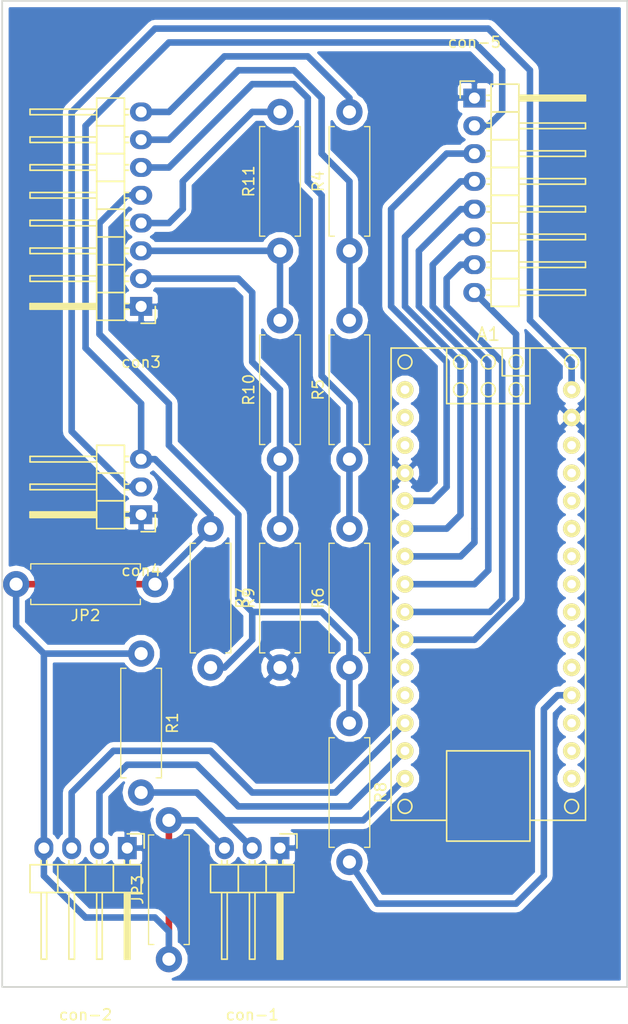
<source format=kicad_pcb>
(kicad_pcb (version 4) (host pcbnew 4.0.5+dfsg1-4)

  (general
    (links 41)
    (no_connects 0)
    (area 128.194999 18.974999 185.495001 109.295001)
    (thickness 1.6)
    (drawings 5)
    (tracks 152)
    (zones 0)
    (modules 17)
    (nets 38)
  )

  (page A4)
  (layers
    (0 F.Cu signal)
    (31 B.Cu signal)
    (32 B.Adhes user)
    (33 F.Adhes user)
    (34 B.Paste user)
    (35 F.Paste user)
    (36 B.SilkS user)
    (37 F.SilkS user)
    (38 B.Mask user)
    (39 F.Mask user)
    (40 Dwgs.User user)
    (41 Cmts.User user)
    (42 Eco1.User user)
    (43 Eco2.User user)
    (44 Edge.Cuts user)
    (45 Margin user)
    (46 B.CrtYd user)
    (47 F.CrtYd user)
    (48 B.Fab user)
    (49 F.Fab user)
  )

  (setup
    (last_trace_width 0.6)
    (user_trace_width 0.5)
    (user_trace_width 0.6)
    (user_trace_width 0.7)
    (user_trace_width 0.8)
    (user_trace_width 0.9)
    (user_trace_width 1)
    (trace_clearance 0.2)
    (zone_clearance 0.508)
    (zone_45_only no)
    (trace_min 0.2)
    (segment_width 0.2)
    (edge_width 0.15)
    (via_size 0.6)
    (via_drill 0.4)
    (via_min_size 0.4)
    (via_min_drill 0.3)
    (uvia_size 0.3)
    (uvia_drill 0.1)
    (uvias_allowed no)
    (uvia_min_size 0.2)
    (uvia_min_drill 0.1)
    (pcb_text_width 0.3)
    (pcb_text_size 1.5 1.5)
    (mod_edge_width 0.15)
    (mod_text_size 1 1)
    (mod_text_width 0.15)
    (pad_size 1.524 1.524)
    (pad_drill 0.762)
    (pad_to_mask_clearance 0.2)
    (aux_axis_origin 0 0)
    (visible_elements FFFFFF7F)
    (pcbplotparams
      (layerselection 0x00030_80000001)
      (usegerberextensions false)
      (excludeedgelayer true)
      (linewidth 0.100000)
      (plotframeref false)
      (viasonmask false)
      (mode 1)
      (useauxorigin false)
      (hpglpennumber 1)
      (hpglpenspeed 20)
      (hpglpendiameter 15)
      (hpglpenoverlay 2)
      (psnegative false)
      (psa4output false)
      (plotreference true)
      (plotvalue true)
      (plotinvisibletext false)
      (padsonsilk false)
      (subtractmaskfromsilk false)
      (outputformat 1)
      (mirror false)
      (drillshape 1)
      (scaleselection 1)
      (outputdirectory ""))
  )

  (net 0 "")
  (net 1 "Net-(A1-Pad30)")
  (net 2 "Net-(A1-Pad1)")
  (net 3 "Net-(A1-Pad2)")
  (net 4 "Net-(A1-Pad28)")
  (net 5 "Net-(A1-Pad3)")
  (net 6 "Net-(A1-Pad27)")
  (net 7 "Net-(A1-Pad26)")
  (net 8 "Net-(A1-Pad5)")
  (net 9 "Net-(A1-Pad25)")
  (net 10 "Net-(A1-Pad6)")
  (net 11 "Net-(A1-Pad24)")
  (net 12 "Net-(A1-Pad7)")
  (net 13 "Net-(A1-Pad23)")
  (net 14 "Net-(A1-Pad8)")
  (net 15 "Net-(A1-Pad22)")
  (net 16 "Net-(A1-Pad9)")
  (net 17 "Net-(A1-Pad21)")
  (net 18 "Net-(A1-Pad10)")
  (net 19 "Net-(A1-Pad20)")
  (net 20 "Net-(A1-Pad11)")
  (net 21 "Net-(A1-Pad19)")
  (net 22 "Net-(A1-Pad12)")
  (net 23 "Net-(A1-Pad18)")
  (net 24 "Net-(A1-Pad13)")
  (net 25 "Net-(A1-Pad17)")
  (net 26 "Net-(A1-Pad14)")
  (net 27 "Net-(A1-Pad16)")
  (net 28 "Net-(A1-Pad15)")
  (net 29 +5V)
  (net 30 GND)
  (net 31 "Net-(R10-Pad1)")
  (net 32 "Net-(R10-Pad2)")
  (net 33 "Net-(R11-Pad2)")
  (net 34 "Net-(R6-Pad1)")
  (net 35 "Net-(R5-Pad1)")
  (net 36 "Net-(R4-Pad1)")
  (net 37 "Net-(R4-Pad2)")

  (net_class Default "Esta es la clase de red por defecto."
    (clearance 0.2)
    (trace_width 0.25)
    (via_dia 0.6)
    (via_drill 0.4)
    (uvia_dia 0.3)
    (uvia_drill 0.1)
    (add_net +5V)
    (add_net GND)
    (add_net "Net-(A1-Pad1)")
    (add_net "Net-(A1-Pad10)")
    (add_net "Net-(A1-Pad11)")
    (add_net "Net-(A1-Pad12)")
    (add_net "Net-(A1-Pad13)")
    (add_net "Net-(A1-Pad14)")
    (add_net "Net-(A1-Pad15)")
    (add_net "Net-(A1-Pad16)")
    (add_net "Net-(A1-Pad17)")
    (add_net "Net-(A1-Pad18)")
    (add_net "Net-(A1-Pad19)")
    (add_net "Net-(A1-Pad2)")
    (add_net "Net-(A1-Pad20)")
    (add_net "Net-(A1-Pad21)")
    (add_net "Net-(A1-Pad22)")
    (add_net "Net-(A1-Pad23)")
    (add_net "Net-(A1-Pad24)")
    (add_net "Net-(A1-Pad25)")
    (add_net "Net-(A1-Pad26)")
    (add_net "Net-(A1-Pad27)")
    (add_net "Net-(A1-Pad28)")
    (add_net "Net-(A1-Pad3)")
    (add_net "Net-(A1-Pad30)")
    (add_net "Net-(A1-Pad5)")
    (add_net "Net-(A1-Pad6)")
    (add_net "Net-(A1-Pad7)")
    (add_net "Net-(A1-Pad8)")
    (add_net "Net-(A1-Pad9)")
    (add_net "Net-(R10-Pad1)")
    (add_net "Net-(R10-Pad2)")
    (add_net "Net-(R11-Pad2)")
    (add_net "Net-(R4-Pad1)")
    (add_net "Net-(R4-Pad2)")
    (add_net "Net-(R5-Pad1)")
    (add_net "Net-(R6-Pad1)")
  )

  (module "Resistores convencionales:R_Axial_DIN0411_L9.9mm_D3.6mm_P12.70mm_Horizontal" (layer F.Cu) (tedit 5874F706) (tstamp 5CA41AE1)
    (at 160.02 85.09 270)
    (descr "Resistor, Axial_DIN0411 series, Axial, Horizontal, pin pitch=12.7mm, 1W = 1/1W, length*diameter=9.9*3.6mm^2")
    (tags "Resistor Axial_DIN0411 series Axial Horizontal pin pitch 12.7mm 1W = 1/1W length 9.9mm diameter 3.6mm")
    (path /5CA3D50E)
    (fp_text reference R8 (at 6.35 -2.86 270) (layer F.SilkS)
      (effects (font (size 1 1) (thickness 0.15)))
    )
    (fp_text value 390 (at 6.35 2.86 270) (layer F.Fab)
      (effects (font (size 1 1) (thickness 0.15)))
    )
    (fp_line (start 1.4 -1.8) (end 1.4 1.8) (layer F.Fab) (width 0.1))
    (fp_line (start 1.4 1.8) (end 11.3 1.8) (layer F.Fab) (width 0.1))
    (fp_line (start 11.3 1.8) (end 11.3 -1.8) (layer F.Fab) (width 0.1))
    (fp_line (start 11.3 -1.8) (end 1.4 -1.8) (layer F.Fab) (width 0.1))
    (fp_line (start 0 0) (end 1.4 0) (layer F.Fab) (width 0.1))
    (fp_line (start 12.7 0) (end 11.3 0) (layer F.Fab) (width 0.1))
    (fp_line (start 1.34 -1.38) (end 1.34 -1.86) (layer F.SilkS) (width 0.12))
    (fp_line (start 1.34 -1.86) (end 11.36 -1.86) (layer F.SilkS) (width 0.12))
    (fp_line (start 11.36 -1.86) (end 11.36 -1.38) (layer F.SilkS) (width 0.12))
    (fp_line (start 1.34 1.38) (end 1.34 1.86) (layer F.SilkS) (width 0.12))
    (fp_line (start 1.34 1.86) (end 11.36 1.86) (layer F.SilkS) (width 0.12))
    (fp_line (start 11.36 1.86) (end 11.36 1.38) (layer F.SilkS) (width 0.12))
    (fp_line (start -1.45 -2.15) (end -1.45 2.15) (layer F.CrtYd) (width 0.05))
    (fp_line (start -1.45 2.15) (end 14.15 2.15) (layer F.CrtYd) (width 0.05))
    (fp_line (start 14.15 2.15) (end 14.15 -2.15) (layer F.CrtYd) (width 0.05))
    (fp_line (start 14.15 -2.15) (end -1.45 -2.15) (layer F.CrtYd) (width 0.05))
    (pad 1 thru_hole circle (at 0 0 270) (size 2.4 2.4) (drill 1.2) (layers *.Cu *.Mask)
      (net 34 "Net-(R6-Pad1)"))
    (pad 2 thru_hole oval (at 12.7 0 270) (size 2.4 2.4) (drill 1.2) (layers *.Cu *.Mask)
      (net 21 "Net-(A1-Pad19)"))
    (model ${KISYS3DMOD}/Resistors_THT.3dshapes/R_Axial_DIN0411_L9.9mm_D3.6mm_P12.70mm_Horizontal.wrl
      (at (xyz 0 0 0))
      (scale (xyz 0.393701 0.393701 0.393701))
      (rotate (xyz 0 0 0))
    )
  )

  (module "Arduino Nano:arduino_nano" (layer F.Cu) (tedit 5998B34A) (tstamp 5CA3D068)
    (at 172.72 72.39 270)
    (path /5CA3D419)
    (fp_text reference A1 (at -22.86 0 360) (layer F.SilkS)
      (effects (font (size 1.2 1.2) (thickness 0.15)))
    )
    (fp_text value Arduino_Nano (at 0 0 270) (layer F.Fab)
      (effects (font (size 1.2 1.2) (thickness 0.15)))
    )
    (fp_line (start 21.59 3.81) (end 21.59 8.89) (layer F.SilkS) (width 0.15))
    (fp_line (start 21.59 -8.89) (end 21.59 -3.81) (layer F.SilkS) (width 0.15))
    (fp_line (start 23.495 -3.81) (end 23.495 3.81) (layer F.SilkS) (width 0.15))
    (fp_line (start 23.495 3.81) (end 15.24 3.81) (layer F.SilkS) (width 0.15))
    (fp_line (start 15.24 3.81) (end 15.24 -3.81) (layer F.SilkS) (width 0.15))
    (fp_line (start 15.24 -3.81) (end 23.495 -3.81) (layer F.SilkS) (width 0.15))
    (fp_circle (center -20.32 0) (end -19.685 0) (layer F.SilkS) (width 0.15))
    (fp_circle (center -20.32 2.54) (end -19.685 2.54) (layer F.SilkS) (width 0.15))
    (fp_circle (center -17.78 2.54) (end -17.145 2.54) (layer F.SilkS) (width 0.15))
    (fp_circle (center -17.78 0) (end -17.145 0) (layer F.SilkS) (width 0.15))
    (fp_circle (center -17.78 -2.54) (end -17.145 -2.54) (layer F.SilkS) (width 0.15))
    (fp_circle (center -20.32 -2.54) (end -20.32 -1.905) (layer F.SilkS) (width 0.15))
    (fp_circle (center 20.32 7.62) (end 20.955 7.62) (layer F.SilkS) (width 0.15))
    (fp_circle (center 20.32 -7.62) (end 20.955 -7.62) (layer F.SilkS) (width 0.15))
    (fp_circle (center -20.32 7.62) (end -19.685 7.62) (layer F.SilkS) (width 0.15))
    (fp_circle (center -20.32 -7.62) (end -19.685 -7.62) (layer F.SilkS) (width 0.15))
    (fp_line (start -19.05 -3.81) (end -19.05 -1.27) (layer F.SilkS) (width 0.15))
    (fp_line (start -19.05 -1.27) (end -21.59 -1.27) (layer F.SilkS) (width 0.15))
    (fp_line (start -16.51 -3.81) (end -21.59 -3.81) (layer F.SilkS) (width 0.15))
    (fp_line (start -21.59 3.81) (end -16.51 3.81) (layer F.SilkS) (width 0.15))
    (fp_line (start -16.51 3.81) (end -16.51 -3.81) (layer F.SilkS) (width 0.15))
    (fp_line (start -21.59 -8.89) (end -21.59 8.89) (layer F.SilkS) (width 0.15))
    (fp_line (start -21.59 8.89) (end 21.59 8.89) (layer F.SilkS) (width 0.15))
    (fp_line (start 21.59 -8.89) (end -21.59 -8.89) (layer F.SilkS) (width 0.15))
    (pad 30 thru_hole circle (at -17.78 -7.62 270) (size 1.5748 1.5748) (drill 0.8) (layers *.Cu *.Mask F.SilkS)
      (net 1 "Net-(A1-Pad30)"))
    (pad 1 thru_hole circle (at -17.78 7.62 270) (size 1.5748 1.5748) (drill 0.8) (layers *.Cu *.Mask F.SilkS)
      (net 2 "Net-(A1-Pad1)"))
    (pad 29 thru_hole circle (at -15.24 -7.62 270) (size 1.5748 1.5748) (drill 0.8) (layers *.Cu *.Mask F.SilkS)
      (net 30 GND))
    (pad 2 thru_hole circle (at -15.24 7.62 270) (size 1.5748 1.5748) (drill 0.8) (layers *.Cu *.Mask F.SilkS)
      (net 3 "Net-(A1-Pad2)"))
    (pad 28 thru_hole circle (at -12.7 -7.62 270) (size 1.5748 1.5748) (drill 0.8) (layers *.Cu *.Mask F.SilkS)
      (net 4 "Net-(A1-Pad28)"))
    (pad 3 thru_hole circle (at -12.7 7.62 270) (size 1.5748 1.5748) (drill 0.8) (layers *.Cu *.Mask F.SilkS)
      (net 5 "Net-(A1-Pad3)"))
    (pad 27 thru_hole circle (at -10.16 -7.62 270) (size 1.5748 1.5748) (drill 0.8) (layers *.Cu *.Mask F.SilkS)
      (net 6 "Net-(A1-Pad27)"))
    (pad 4 thru_hole circle (at -10.16 7.62 270) (size 1.5748 1.5748) (drill 0.8) (layers *.Cu *.Mask F.SilkS)
      (net 30 GND))
    (pad 26 thru_hole circle (at -7.62 -7.62 270) (size 1.5748 1.5748) (drill 0.8) (layers *.Cu *.Mask F.SilkS)
      (net 7 "Net-(A1-Pad26)"))
    (pad 5 thru_hole circle (at -7.62 7.62 270) (size 1.5748 1.5748) (drill 0.8) (layers *.Cu *.Mask F.SilkS)
      (net 8 "Net-(A1-Pad5)"))
    (pad 25 thru_hole circle (at -5.08 -7.62 270) (size 1.5748 1.5748) (drill 0.8) (layers *.Cu *.Mask F.SilkS)
      (net 9 "Net-(A1-Pad25)"))
    (pad 6 thru_hole circle (at -5.08 7.62 270) (size 1.5748 1.5748) (drill 0.8) (layers *.Cu *.Mask F.SilkS)
      (net 10 "Net-(A1-Pad6)"))
    (pad 24 thru_hole circle (at -2.54 -7.62 270) (size 1.5748 1.5748) (drill 0.8) (layers *.Cu *.Mask F.SilkS)
      (net 11 "Net-(A1-Pad24)"))
    (pad 7 thru_hole circle (at -2.54 7.62 270) (size 1.5748 1.5748) (drill 0.8) (layers *.Cu *.Mask F.SilkS)
      (net 12 "Net-(A1-Pad7)"))
    (pad 23 thru_hole circle (at 0 -7.62 270) (size 1.5748 1.5748) (drill 0.8) (layers *.Cu *.Mask F.SilkS)
      (net 13 "Net-(A1-Pad23)"))
    (pad 8 thru_hole circle (at 0 7.62 270) (size 1.5748 1.5748) (drill 0.8) (layers *.Cu *.Mask F.SilkS)
      (net 14 "Net-(A1-Pad8)"))
    (pad 22 thru_hole circle (at 2.54 -7.62 270) (size 1.5748 1.5748) (drill 0.8) (layers *.Cu *.Mask F.SilkS)
      (net 15 "Net-(A1-Pad22)"))
    (pad 9 thru_hole circle (at 2.54 7.62 270) (size 1.5748 1.5748) (drill 0.8) (layers *.Cu *.Mask F.SilkS)
      (net 16 "Net-(A1-Pad9)"))
    (pad 21 thru_hole circle (at 5.08 -7.62 270) (size 1.5748 1.5748) (drill 0.8) (layers *.Cu *.Mask F.SilkS)
      (net 17 "Net-(A1-Pad21)"))
    (pad 10 thru_hole circle (at 5.08 7.62 270) (size 1.5748 1.5748) (drill 0.8) (layers *.Cu *.Mask F.SilkS)
      (net 18 "Net-(A1-Pad10)"))
    (pad 20 thru_hole circle (at 7.62 -7.62 270) (size 1.5748 1.5748) (drill 0.8) (layers *.Cu *.Mask F.SilkS)
      (net 19 "Net-(A1-Pad20)"))
    (pad 11 thru_hole circle (at 7.62 7.62 270) (size 1.5748 1.5748) (drill 0.8) (layers *.Cu *.Mask F.SilkS)
      (net 20 "Net-(A1-Pad11)"))
    (pad 19 thru_hole circle (at 10.16 -7.62 270) (size 1.5748 1.5748) (drill 0.8) (layers *.Cu *.Mask F.SilkS)
      (net 21 "Net-(A1-Pad19)"))
    (pad 12 thru_hole circle (at 10.16 7.62 270) (size 1.5748 1.5748) (drill 0.8) (layers *.Cu *.Mask F.SilkS)
      (net 22 "Net-(A1-Pad12)"))
    (pad 18 thru_hole circle (at 12.7 -7.62 270) (size 1.5748 1.5748) (drill 0.8) (layers *.Cu *.Mask F.SilkS)
      (net 23 "Net-(A1-Pad18)"))
    (pad 13 thru_hole circle (at 12.7 7.62 270) (size 1.5748 1.5748) (drill 0.8) (layers *.Cu *.Mask F.SilkS)
      (net 24 "Net-(A1-Pad13)"))
    (pad 17 thru_hole circle (at 15.24 -7.62 270) (size 1.5748 1.5748) (drill 0.8) (layers *.Cu *.Mask F.SilkS)
      (net 25 "Net-(A1-Pad17)"))
    (pad 14 thru_hole circle (at 15.24 7.62 270) (size 1.5748 1.5748) (drill 0.8) (layers *.Cu *.Mask F.SilkS)
      (net 26 "Net-(A1-Pad14)"))
    (pad 16 thru_hole circle (at 17.78 -7.62 270) (size 1.5748 1.5748) (drill 0.8) (layers *.Cu *.Mask F.SilkS)
      (net 27 "Net-(A1-Pad16)"))
    (pad 15 thru_hole circle (at 17.78 7.62 270) (size 1.5748 1.5748) (drill 0.8) (layers *.Cu *.Mask F.SilkS)
      (net 28 "Net-(A1-Pad15)"))
    (model /home/faco/Documentos/librerias-kicad/arduino-nano-3d/arduino_nano.wrl
      (at (xyz 0.92 0.38 -0.2))
      (scale (xyz 0.39 0.39 0.39))
      (rotate (xyz 0 0 180))
    )
  )

  (module Pin_Headers:Pin_Header_Angled_1x03 (layer F.Cu) (tedit 5CA532BB) (tstamp 5CA3D06F)
    (at 153.67 96.52 270)
    (descr "Through hole pin header")
    (tags "pin header")
    (path /5CA36C4D)
    (fp_text reference con-1 (at 15.24 2.54 360) (layer F.SilkS)
      (effects (font (size 1 1) (thickness 0.15)))
    )
    (fp_text value "ds18b20 bus" (at 12.7 2.54 360) (layer F.Fab)
      (effects (font (size 1 1) (thickness 0.15)))
    )
    (fp_line (start -1.5 -1.75) (end -1.5 6.85) (layer F.CrtYd) (width 0.05))
    (fp_line (start 10.65 -1.75) (end 10.65 6.85) (layer F.CrtYd) (width 0.05))
    (fp_line (start -1.5 -1.75) (end 10.65 -1.75) (layer F.CrtYd) (width 0.05))
    (fp_line (start -1.5 6.85) (end 10.65 6.85) (layer F.CrtYd) (width 0.05))
    (fp_line (start -1.3 -1.55) (end -1.3 0) (layer F.SilkS) (width 0.15))
    (fp_line (start 0 -1.55) (end -1.3 -1.55) (layer F.SilkS) (width 0.15))
    (fp_line (start 4.191 -0.127) (end 10.033 -0.127) (layer F.SilkS) (width 0.15))
    (fp_line (start 10.033 -0.127) (end 10.033 0.127) (layer F.SilkS) (width 0.15))
    (fp_line (start 10.033 0.127) (end 4.191 0.127) (layer F.SilkS) (width 0.15))
    (fp_line (start 4.191 0.127) (end 4.191 0) (layer F.SilkS) (width 0.15))
    (fp_line (start 4.191 0) (end 10.033 0) (layer F.SilkS) (width 0.15))
    (fp_line (start 1.524 -0.254) (end 1.143 -0.254) (layer F.SilkS) (width 0.15))
    (fp_line (start 1.524 0.254) (end 1.143 0.254) (layer F.SilkS) (width 0.15))
    (fp_line (start 1.524 2.286) (end 1.143 2.286) (layer F.SilkS) (width 0.15))
    (fp_line (start 1.524 2.794) (end 1.143 2.794) (layer F.SilkS) (width 0.15))
    (fp_line (start 1.524 4.826) (end 1.143 4.826) (layer F.SilkS) (width 0.15))
    (fp_line (start 1.524 5.334) (end 1.143 5.334) (layer F.SilkS) (width 0.15))
    (fp_line (start 4.064 1.27) (end 4.064 -1.27) (layer F.SilkS) (width 0.15))
    (fp_line (start 10.16 0.254) (end 4.064 0.254) (layer F.SilkS) (width 0.15))
    (fp_line (start 10.16 -0.254) (end 10.16 0.254) (layer F.SilkS) (width 0.15))
    (fp_line (start 4.064 -0.254) (end 10.16 -0.254) (layer F.SilkS) (width 0.15))
    (fp_line (start 1.524 1.27) (end 4.064 1.27) (layer F.SilkS) (width 0.15))
    (fp_line (start 1.524 -1.27) (end 1.524 1.27) (layer F.SilkS) (width 0.15))
    (fp_line (start 1.524 -1.27) (end 4.064 -1.27) (layer F.SilkS) (width 0.15))
    (fp_line (start 1.524 3.81) (end 4.064 3.81) (layer F.SilkS) (width 0.15))
    (fp_line (start 1.524 3.81) (end 1.524 6.35) (layer F.SilkS) (width 0.15))
    (fp_line (start 4.064 4.826) (end 10.16 4.826) (layer F.SilkS) (width 0.15))
    (fp_line (start 10.16 4.826) (end 10.16 5.334) (layer F.SilkS) (width 0.15))
    (fp_line (start 10.16 5.334) (end 4.064 5.334) (layer F.SilkS) (width 0.15))
    (fp_line (start 4.064 6.35) (end 4.064 3.81) (layer F.SilkS) (width 0.15))
    (fp_line (start 4.064 3.81) (end 4.064 1.27) (layer F.SilkS) (width 0.15))
    (fp_line (start 10.16 2.794) (end 4.064 2.794) (layer F.SilkS) (width 0.15))
    (fp_line (start 10.16 2.286) (end 10.16 2.794) (layer F.SilkS) (width 0.15))
    (fp_line (start 4.064 2.286) (end 10.16 2.286) (layer F.SilkS) (width 0.15))
    (fp_line (start 1.524 3.81) (end 4.064 3.81) (layer F.SilkS) (width 0.15))
    (fp_line (start 1.524 1.27) (end 1.524 3.81) (layer F.SilkS) (width 0.15))
    (fp_line (start 1.524 1.27) (end 4.064 1.27) (layer F.SilkS) (width 0.15))
    (fp_line (start 1.524 6.35) (end 4.064 6.35) (layer F.SilkS) (width 0.15))
    (pad 1 thru_hole rect (at 0 0 270) (size 2.032 1.7272) (drill 1.016) (layers *.Cu *.Mask)
      (net 30 GND))
    (pad 2 thru_hole oval (at 0 2.54 270) (size 2.032 1.7272) (drill 1.016) (layers *.Cu *.Mask)
      (net 28 "Net-(A1-Pad15)"))
    (pad 3 thru_hole oval (at 0 5.08 270) (size 2.032 1.7272) (drill 1.016) (layers *.Cu *.Mask)
      (net 29 +5V))
    (model Pin_Headers.3dshapes/Pin_Header_Angled_1x03.wrl
      (at (xyz 0 -0.1 0))
      (scale (xyz 1 1 1))
      (rotate (xyz 0 0 90))
    )
  )

  (module Pin_Headers:Pin_Header_Angled_1x04 (layer F.Cu) (tedit 5CA532C1) (tstamp 5CA3D077)
    (at 139.7 96.52 270)
    (descr "Through hole pin header")
    (tags "pin header")
    (path /5CA371BE)
    (fp_text reference con-2 (at 15.24 3.81 360) (layer F.SilkS)
      (effects (font (size 1 1) (thickness 0.15)))
    )
    (fp_text value "Mod Relé" (at 12.7 3.81 360) (layer F.Fab)
      (effects (font (size 1 1) (thickness 0.15)))
    )
    (fp_line (start -1.5 -1.75) (end -1.5 9.4) (layer F.CrtYd) (width 0.05))
    (fp_line (start 10.65 -1.75) (end 10.65 9.4) (layer F.CrtYd) (width 0.05))
    (fp_line (start -1.5 -1.75) (end 10.65 -1.75) (layer F.CrtYd) (width 0.05))
    (fp_line (start -1.5 9.4) (end 10.65 9.4) (layer F.CrtYd) (width 0.05))
    (fp_line (start -1.3 -1.55) (end -1.3 0) (layer F.SilkS) (width 0.15))
    (fp_line (start 0 -1.55) (end -1.3 -1.55) (layer F.SilkS) (width 0.15))
    (fp_line (start 4.191 -0.127) (end 10.033 -0.127) (layer F.SilkS) (width 0.15))
    (fp_line (start 10.033 -0.127) (end 10.033 0.127) (layer F.SilkS) (width 0.15))
    (fp_line (start 10.033 0.127) (end 4.191 0.127) (layer F.SilkS) (width 0.15))
    (fp_line (start 4.191 0.127) (end 4.191 0) (layer F.SilkS) (width 0.15))
    (fp_line (start 4.191 0) (end 10.033 0) (layer F.SilkS) (width 0.15))
    (fp_line (start 1.524 -0.254) (end 1.143 -0.254) (layer F.SilkS) (width 0.15))
    (fp_line (start 1.524 0.254) (end 1.143 0.254) (layer F.SilkS) (width 0.15))
    (fp_line (start 1.524 2.286) (end 1.143 2.286) (layer F.SilkS) (width 0.15))
    (fp_line (start 1.524 2.794) (end 1.143 2.794) (layer F.SilkS) (width 0.15))
    (fp_line (start 1.524 4.826) (end 1.143 4.826) (layer F.SilkS) (width 0.15))
    (fp_line (start 1.524 5.334) (end 1.143 5.334) (layer F.SilkS) (width 0.15))
    (fp_line (start 1.524 7.874) (end 1.143 7.874) (layer F.SilkS) (width 0.15))
    (fp_line (start 1.524 7.366) (end 1.143 7.366) (layer F.SilkS) (width 0.15))
    (fp_line (start 1.524 -1.27) (end 4.064 -1.27) (layer F.SilkS) (width 0.15))
    (fp_line (start 1.524 1.27) (end 4.064 1.27) (layer F.SilkS) (width 0.15))
    (fp_line (start 1.524 1.27) (end 1.524 3.81) (layer F.SilkS) (width 0.15))
    (fp_line (start 1.524 3.81) (end 4.064 3.81) (layer F.SilkS) (width 0.15))
    (fp_line (start 4.064 2.286) (end 10.16 2.286) (layer F.SilkS) (width 0.15))
    (fp_line (start 10.16 2.286) (end 10.16 2.794) (layer F.SilkS) (width 0.15))
    (fp_line (start 10.16 2.794) (end 4.064 2.794) (layer F.SilkS) (width 0.15))
    (fp_line (start 4.064 3.81) (end 4.064 1.27) (layer F.SilkS) (width 0.15))
    (fp_line (start 4.064 1.27) (end 4.064 -1.27) (layer F.SilkS) (width 0.15))
    (fp_line (start 10.16 0.254) (end 4.064 0.254) (layer F.SilkS) (width 0.15))
    (fp_line (start 10.16 -0.254) (end 10.16 0.254) (layer F.SilkS) (width 0.15))
    (fp_line (start 4.064 -0.254) (end 10.16 -0.254) (layer F.SilkS) (width 0.15))
    (fp_line (start 1.524 1.27) (end 4.064 1.27) (layer F.SilkS) (width 0.15))
    (fp_line (start 1.524 -1.27) (end 1.524 1.27) (layer F.SilkS) (width 0.15))
    (fp_line (start 1.524 6.35) (end 4.064 6.35) (layer F.SilkS) (width 0.15))
    (fp_line (start 1.524 6.35) (end 1.524 8.89) (layer F.SilkS) (width 0.15))
    (fp_line (start 1.524 8.89) (end 4.064 8.89) (layer F.SilkS) (width 0.15))
    (fp_line (start 4.064 7.366) (end 10.16 7.366) (layer F.SilkS) (width 0.15))
    (fp_line (start 10.16 7.366) (end 10.16 7.874) (layer F.SilkS) (width 0.15))
    (fp_line (start 10.16 7.874) (end 4.064 7.874) (layer F.SilkS) (width 0.15))
    (fp_line (start 4.064 8.89) (end 4.064 6.35) (layer F.SilkS) (width 0.15))
    (fp_line (start 4.064 6.35) (end 4.064 3.81) (layer F.SilkS) (width 0.15))
    (fp_line (start 10.16 5.334) (end 4.064 5.334) (layer F.SilkS) (width 0.15))
    (fp_line (start 10.16 4.826) (end 10.16 5.334) (layer F.SilkS) (width 0.15))
    (fp_line (start 4.064 4.826) (end 10.16 4.826) (layer F.SilkS) (width 0.15))
    (fp_line (start 1.524 6.35) (end 4.064 6.35) (layer F.SilkS) (width 0.15))
    (fp_line (start 1.524 3.81) (end 1.524 6.35) (layer F.SilkS) (width 0.15))
    (fp_line (start 1.524 3.81) (end 4.064 3.81) (layer F.SilkS) (width 0.15))
    (pad 1 thru_hole rect (at 0 0 270) (size 2.032 1.7272) (drill 1.016) (layers *.Cu *.Mask)
      (net 30 GND))
    (pad 2 thru_hole oval (at 0 2.54 270) (size 2.032 1.7272) (drill 1.016) (layers *.Cu *.Mask)
      (net 26 "Net-(A1-Pad14)"))
    (pad 3 thru_hole oval (at 0 5.08 270) (size 2.032 1.7272) (drill 1.016) (layers *.Cu *.Mask)
      (net 24 "Net-(A1-Pad13)"))
    (pad 4 thru_hole oval (at 0 7.62 270) (size 2.032 1.7272) (drill 1.016) (layers *.Cu *.Mask)
      (net 29 +5V))
    (model Pin_Headers.3dshapes/Pin_Header_Angled_1x04.wrl
      (at (xyz 0 -0.15 0))
      (scale (xyz 1 1 1))
      (rotate (xyz 0 0 90))
    )
  )

  (module Pin_Headers:Pin_Header_Angled_1x08 (layer F.Cu) (tedit 0) (tstamp 5CA3D083)
    (at 140.97 46.99 180)
    (descr "Through hole pin header")
    (tags "pin header")
    (path /5CA3B208)
    (fp_text reference con3 (at 0 -5.1 180) (layer F.SilkS)
      (effects (font (size 1 1) (thickness 0.15)))
    )
    (fp_text value 4x4keypad (at 0 -3.1 180) (layer F.Fab)
      (effects (font (size 1 1) (thickness 0.15)))
    )
    (fp_line (start -1.5 -1.75) (end -1.5 19.55) (layer F.CrtYd) (width 0.05))
    (fp_line (start 10.65 -1.75) (end 10.65 19.55) (layer F.CrtYd) (width 0.05))
    (fp_line (start -1.5 -1.75) (end 10.65 -1.75) (layer F.CrtYd) (width 0.05))
    (fp_line (start -1.5 19.55) (end 10.65 19.55) (layer F.CrtYd) (width 0.05))
    (fp_line (start -1.3 -1.55) (end -1.3 0) (layer F.SilkS) (width 0.15))
    (fp_line (start 0 -1.55) (end -1.3 -1.55) (layer F.SilkS) (width 0.15))
    (fp_line (start 4.191 -0.127) (end 10.033 -0.127) (layer F.SilkS) (width 0.15))
    (fp_line (start 10.033 -0.127) (end 10.033 0.127) (layer F.SilkS) (width 0.15))
    (fp_line (start 10.033 0.127) (end 4.191 0.127) (layer F.SilkS) (width 0.15))
    (fp_line (start 4.191 0.127) (end 4.191 0) (layer F.SilkS) (width 0.15))
    (fp_line (start 4.191 0) (end 10.033 0) (layer F.SilkS) (width 0.15))
    (fp_line (start 1.524 17.526) (end 1.143 17.526) (layer F.SilkS) (width 0.15))
    (fp_line (start 1.524 18.034) (end 1.143 18.034) (layer F.SilkS) (width 0.15))
    (fp_line (start 1.524 -0.254) (end 1.143 -0.254) (layer F.SilkS) (width 0.15))
    (fp_line (start 1.524 0.254) (end 1.143 0.254) (layer F.SilkS) (width 0.15))
    (fp_line (start 1.524 2.286) (end 1.143 2.286) (layer F.SilkS) (width 0.15))
    (fp_line (start 1.524 2.794) (end 1.143 2.794) (layer F.SilkS) (width 0.15))
    (fp_line (start 1.524 4.826) (end 1.143 4.826) (layer F.SilkS) (width 0.15))
    (fp_line (start 1.524 5.334) (end 1.143 5.334) (layer F.SilkS) (width 0.15))
    (fp_line (start 1.524 15.494) (end 1.143 15.494) (layer F.SilkS) (width 0.15))
    (fp_line (start 1.524 14.986) (end 1.143 14.986) (layer F.SilkS) (width 0.15))
    (fp_line (start 1.524 12.954) (end 1.143 12.954) (layer F.SilkS) (width 0.15))
    (fp_line (start 1.524 12.446) (end 1.143 12.446) (layer F.SilkS) (width 0.15))
    (fp_line (start 1.524 10.414) (end 1.143 10.414) (layer F.SilkS) (width 0.15))
    (fp_line (start 1.524 9.906) (end 1.143 9.906) (layer F.SilkS) (width 0.15))
    (fp_line (start 1.524 7.874) (end 1.143 7.874) (layer F.SilkS) (width 0.15))
    (fp_line (start 1.524 7.366) (end 1.143 7.366) (layer F.SilkS) (width 0.15))
    (fp_line (start 1.524 13.97) (end 4.064 13.97) (layer F.SilkS) (width 0.15))
    (fp_line (start 1.524 13.97) (end 1.524 16.51) (layer F.SilkS) (width 0.15))
    (fp_line (start 1.524 16.51) (end 4.064 16.51) (layer F.SilkS) (width 0.15))
    (fp_line (start 4.064 14.986) (end 10.16 14.986) (layer F.SilkS) (width 0.15))
    (fp_line (start 10.16 14.986) (end 10.16 15.494) (layer F.SilkS) (width 0.15))
    (fp_line (start 10.16 15.494) (end 4.064 15.494) (layer F.SilkS) (width 0.15))
    (fp_line (start 4.064 16.51) (end 4.064 13.97) (layer F.SilkS) (width 0.15))
    (fp_line (start 4.064 19.05) (end 4.064 16.51) (layer F.SilkS) (width 0.15))
    (fp_line (start 10.16 18.034) (end 4.064 18.034) (layer F.SilkS) (width 0.15))
    (fp_line (start 10.16 17.526) (end 10.16 18.034) (layer F.SilkS) (width 0.15))
    (fp_line (start 4.064 17.526) (end 10.16 17.526) (layer F.SilkS) (width 0.15))
    (fp_line (start 1.524 16.51) (end 1.524 19.05) (layer F.SilkS) (width 0.15))
    (fp_line (start 1.524 16.51) (end 4.064 16.51) (layer F.SilkS) (width 0.15))
    (fp_line (start 1.524 19.05) (end 4.064 19.05) (layer F.SilkS) (width 0.15))
    (fp_line (start 1.524 -1.27) (end 4.064 -1.27) (layer F.SilkS) (width 0.15))
    (fp_line (start 1.524 1.27) (end 4.064 1.27) (layer F.SilkS) (width 0.15))
    (fp_line (start 1.524 1.27) (end 1.524 3.81) (layer F.SilkS) (width 0.15))
    (fp_line (start 1.524 3.81) (end 4.064 3.81) (layer F.SilkS) (width 0.15))
    (fp_line (start 4.064 2.286) (end 10.16 2.286) (layer F.SilkS) (width 0.15))
    (fp_line (start 10.16 2.286) (end 10.16 2.794) (layer F.SilkS) (width 0.15))
    (fp_line (start 10.16 2.794) (end 4.064 2.794) (layer F.SilkS) (width 0.15))
    (fp_line (start 4.064 3.81) (end 4.064 1.27) (layer F.SilkS) (width 0.15))
    (fp_line (start 4.064 1.27) (end 4.064 -1.27) (layer F.SilkS) (width 0.15))
    (fp_line (start 10.16 0.254) (end 4.064 0.254) (layer F.SilkS) (width 0.15))
    (fp_line (start 10.16 -0.254) (end 10.16 0.254) (layer F.SilkS) (width 0.15))
    (fp_line (start 4.064 -0.254) (end 10.16 -0.254) (layer F.SilkS) (width 0.15))
    (fp_line (start 1.524 1.27) (end 4.064 1.27) (layer F.SilkS) (width 0.15))
    (fp_line (start 1.524 -1.27) (end 1.524 1.27) (layer F.SilkS) (width 0.15))
    (fp_line (start 1.524 8.89) (end 4.064 8.89) (layer F.SilkS) (width 0.15))
    (fp_line (start 1.524 8.89) (end 1.524 11.43) (layer F.SilkS) (width 0.15))
    (fp_line (start 1.524 11.43) (end 4.064 11.43) (layer F.SilkS) (width 0.15))
    (fp_line (start 4.064 9.906) (end 10.16 9.906) (layer F.SilkS) (width 0.15))
    (fp_line (start 10.16 9.906) (end 10.16 10.414) (layer F.SilkS) (width 0.15))
    (fp_line (start 10.16 10.414) (end 4.064 10.414) (layer F.SilkS) (width 0.15))
    (fp_line (start 4.064 11.43) (end 4.064 8.89) (layer F.SilkS) (width 0.15))
    (fp_line (start 4.064 13.97) (end 4.064 11.43) (layer F.SilkS) (width 0.15))
    (fp_line (start 10.16 12.954) (end 4.064 12.954) (layer F.SilkS) (width 0.15))
    (fp_line (start 10.16 12.446) (end 10.16 12.954) (layer F.SilkS) (width 0.15))
    (fp_line (start 4.064 12.446) (end 10.16 12.446) (layer F.SilkS) (width 0.15))
    (fp_line (start 1.524 13.97) (end 4.064 13.97) (layer F.SilkS) (width 0.15))
    (fp_line (start 1.524 11.43) (end 1.524 13.97) (layer F.SilkS) (width 0.15))
    (fp_line (start 1.524 11.43) (end 4.064 11.43) (layer F.SilkS) (width 0.15))
    (fp_line (start 1.524 6.35) (end 4.064 6.35) (layer F.SilkS) (width 0.15))
    (fp_line (start 1.524 6.35) (end 1.524 8.89) (layer F.SilkS) (width 0.15))
    (fp_line (start 1.524 8.89) (end 4.064 8.89) (layer F.SilkS) (width 0.15))
    (fp_line (start 4.064 7.366) (end 10.16 7.366) (layer F.SilkS) (width 0.15))
    (fp_line (start 10.16 7.366) (end 10.16 7.874) (layer F.SilkS) (width 0.15))
    (fp_line (start 10.16 7.874) (end 4.064 7.874) (layer F.SilkS) (width 0.15))
    (fp_line (start 4.064 8.89) (end 4.064 6.35) (layer F.SilkS) (width 0.15))
    (fp_line (start 4.064 6.35) (end 4.064 3.81) (layer F.SilkS) (width 0.15))
    (fp_line (start 10.16 5.334) (end 4.064 5.334) (layer F.SilkS) (width 0.15))
    (fp_line (start 10.16 4.826) (end 10.16 5.334) (layer F.SilkS) (width 0.15))
    (fp_line (start 4.064 4.826) (end 10.16 4.826) (layer F.SilkS) (width 0.15))
    (fp_line (start 1.524 6.35) (end 4.064 6.35) (layer F.SilkS) (width 0.15))
    (fp_line (start 1.524 3.81) (end 1.524 6.35) (layer F.SilkS) (width 0.15))
    (fp_line (start 1.524 3.81) (end 4.064 3.81) (layer F.SilkS) (width 0.15))
    (pad 1 thru_hole rect (at 0 0 180) (size 2.032 1.7272) (drill 1.016) (layers *.Cu *.Mask)
      (net 30 GND))
    (pad 2 thru_hole oval (at 0 2.54 180) (size 2.032 1.7272) (drill 1.016) (layers *.Cu *.Mask)
      (net 31 "Net-(R10-Pad1)"))
    (pad 3 thru_hole oval (at 0 5.08 180) (size 2.032 1.7272) (drill 1.016) (layers *.Cu *.Mask)
      (net 32 "Net-(R10-Pad2)"))
    (pad 4 thru_hole oval (at 0 7.62 180) (size 2.032 1.7272) (drill 1.016) (layers *.Cu *.Mask)
      (net 33 "Net-(R11-Pad2)"))
    (pad 5 thru_hole oval (at 0 10.16 180) (size 2.032 1.7272) (drill 1.016) (layers *.Cu *.Mask)
      (net 34 "Net-(R6-Pad1)"))
    (pad 6 thru_hole oval (at 0 12.7 180) (size 2.032 1.7272) (drill 1.016) (layers *.Cu *.Mask)
      (net 35 "Net-(R5-Pad1)"))
    (pad 7 thru_hole oval (at 0 15.24 180) (size 2.032 1.7272) (drill 1.016) (layers *.Cu *.Mask)
      (net 36 "Net-(R4-Pad1)"))
    (pad 8 thru_hole oval (at 0 17.78 180) (size 2.032 1.7272) (drill 1.016) (layers *.Cu *.Mask)
      (net 37 "Net-(R4-Pad2)"))
    (model Pin_Headers.3dshapes/Pin_Header_Angled_1x08.wrl
      (at (xyz 0 -0.35 0))
      (scale (xyz 1 1 1))
      (rotate (xyz 0 0 90))
    )
  )

  (module Pin_Headers:Pin_Header_Angled_1x03 (layer F.Cu) (tedit 0) (tstamp 5CA3D281)
    (at 140.97 66.04 180)
    (descr "Through hole pin header")
    (tags "pin header")
    (path /5CA3DA28)
    (fp_text reference con4 (at 0 -5.1 180) (layer F.SilkS)
      (effects (font (size 1 1) (thickness 0.15)))
    )
    (fp_text value power (at 0 -3.1 180) (layer F.Fab)
      (effects (font (size 1 1) (thickness 0.15)))
    )
    (fp_line (start -1.5 -1.75) (end -1.5 6.85) (layer F.CrtYd) (width 0.05))
    (fp_line (start 10.65 -1.75) (end 10.65 6.85) (layer F.CrtYd) (width 0.05))
    (fp_line (start -1.5 -1.75) (end 10.65 -1.75) (layer F.CrtYd) (width 0.05))
    (fp_line (start -1.5 6.85) (end 10.65 6.85) (layer F.CrtYd) (width 0.05))
    (fp_line (start -1.3 -1.55) (end -1.3 0) (layer F.SilkS) (width 0.15))
    (fp_line (start 0 -1.55) (end -1.3 -1.55) (layer F.SilkS) (width 0.15))
    (fp_line (start 4.191 -0.127) (end 10.033 -0.127) (layer F.SilkS) (width 0.15))
    (fp_line (start 10.033 -0.127) (end 10.033 0.127) (layer F.SilkS) (width 0.15))
    (fp_line (start 10.033 0.127) (end 4.191 0.127) (layer F.SilkS) (width 0.15))
    (fp_line (start 4.191 0.127) (end 4.191 0) (layer F.SilkS) (width 0.15))
    (fp_line (start 4.191 0) (end 10.033 0) (layer F.SilkS) (width 0.15))
    (fp_line (start 1.524 -0.254) (end 1.143 -0.254) (layer F.SilkS) (width 0.15))
    (fp_line (start 1.524 0.254) (end 1.143 0.254) (layer F.SilkS) (width 0.15))
    (fp_line (start 1.524 2.286) (end 1.143 2.286) (layer F.SilkS) (width 0.15))
    (fp_line (start 1.524 2.794) (end 1.143 2.794) (layer F.SilkS) (width 0.15))
    (fp_line (start 1.524 4.826) (end 1.143 4.826) (layer F.SilkS) (width 0.15))
    (fp_line (start 1.524 5.334) (end 1.143 5.334) (layer F.SilkS) (width 0.15))
    (fp_line (start 4.064 1.27) (end 4.064 -1.27) (layer F.SilkS) (width 0.15))
    (fp_line (start 10.16 0.254) (end 4.064 0.254) (layer F.SilkS) (width 0.15))
    (fp_line (start 10.16 -0.254) (end 10.16 0.254) (layer F.SilkS) (width 0.15))
    (fp_line (start 4.064 -0.254) (end 10.16 -0.254) (layer F.SilkS) (width 0.15))
    (fp_line (start 1.524 1.27) (end 4.064 1.27) (layer F.SilkS) (width 0.15))
    (fp_line (start 1.524 -1.27) (end 1.524 1.27) (layer F.SilkS) (width 0.15))
    (fp_line (start 1.524 -1.27) (end 4.064 -1.27) (layer F.SilkS) (width 0.15))
    (fp_line (start 1.524 3.81) (end 4.064 3.81) (layer F.SilkS) (width 0.15))
    (fp_line (start 1.524 3.81) (end 1.524 6.35) (layer F.SilkS) (width 0.15))
    (fp_line (start 4.064 4.826) (end 10.16 4.826) (layer F.SilkS) (width 0.15))
    (fp_line (start 10.16 4.826) (end 10.16 5.334) (layer F.SilkS) (width 0.15))
    (fp_line (start 10.16 5.334) (end 4.064 5.334) (layer F.SilkS) (width 0.15))
    (fp_line (start 4.064 6.35) (end 4.064 3.81) (layer F.SilkS) (width 0.15))
    (fp_line (start 4.064 3.81) (end 4.064 1.27) (layer F.SilkS) (width 0.15))
    (fp_line (start 10.16 2.794) (end 4.064 2.794) (layer F.SilkS) (width 0.15))
    (fp_line (start 10.16 2.286) (end 10.16 2.794) (layer F.SilkS) (width 0.15))
    (fp_line (start 4.064 2.286) (end 10.16 2.286) (layer F.SilkS) (width 0.15))
    (fp_line (start 1.524 3.81) (end 4.064 3.81) (layer F.SilkS) (width 0.15))
    (fp_line (start 1.524 1.27) (end 1.524 3.81) (layer F.SilkS) (width 0.15))
    (fp_line (start 1.524 1.27) (end 4.064 1.27) (layer F.SilkS) (width 0.15))
    (fp_line (start 1.524 6.35) (end 4.064 6.35) (layer F.SilkS) (width 0.15))
    (pad 1 thru_hole rect (at 0 0 180) (size 2.032 1.7272) (drill 1.016) (layers *.Cu *.Mask)
      (net 30 GND))
    (pad 2 thru_hole oval (at 0 2.54 180) (size 2.032 1.7272) (drill 1.016) (layers *.Cu *.Mask)
      (net 1 "Net-(A1-Pad30)"))
    (pad 3 thru_hole oval (at 0 5.08 180) (size 2.032 1.7272) (drill 1.016) (layers *.Cu *.Mask)
      (net 29 +5V))
    (model Pin_Headers.3dshapes/Pin_Header_Angled_1x03.wrl
      (at (xyz 0 -0.1 0))
      (scale (xyz 1 1 1))
      (rotate (xyz 0 0 90))
    )
  )

  (module "Resistores convencionales:R_Axial_DIN0411_L9.9mm_D3.6mm_P12.70mm_Horizontal" (layer F.Cu) (tedit 5874F706) (tstamp 5CA41A63)
    (at 140.97 78.74 270)
    (descr "Resistor, Axial_DIN0411 series, Axial, Horizontal, pin pitch=12.7mm, 1W = 1/1W, length*diameter=9.9*3.6mm^2")
    (tags "Resistor Axial_DIN0411 series Axial Horizontal pin pitch 12.7mm 1W = 1/1W length 9.9mm diameter 3.6mm")
    (path /5CA36B6B)
    (fp_text reference R1 (at 6.35 -2.86 270) (layer F.SilkS)
      (effects (font (size 1 1) (thickness 0.15)))
    )
    (fp_text value 4k7 (at 6.35 2.86 270) (layer F.Fab)
      (effects (font (size 1 1) (thickness 0.15)))
    )
    (fp_line (start 1.4 -1.8) (end 1.4 1.8) (layer F.Fab) (width 0.1))
    (fp_line (start 1.4 1.8) (end 11.3 1.8) (layer F.Fab) (width 0.1))
    (fp_line (start 11.3 1.8) (end 11.3 -1.8) (layer F.Fab) (width 0.1))
    (fp_line (start 11.3 -1.8) (end 1.4 -1.8) (layer F.Fab) (width 0.1))
    (fp_line (start 0 0) (end 1.4 0) (layer F.Fab) (width 0.1))
    (fp_line (start 12.7 0) (end 11.3 0) (layer F.Fab) (width 0.1))
    (fp_line (start 1.34 -1.38) (end 1.34 -1.86) (layer F.SilkS) (width 0.12))
    (fp_line (start 1.34 -1.86) (end 11.36 -1.86) (layer F.SilkS) (width 0.12))
    (fp_line (start 11.36 -1.86) (end 11.36 -1.38) (layer F.SilkS) (width 0.12))
    (fp_line (start 1.34 1.38) (end 1.34 1.86) (layer F.SilkS) (width 0.12))
    (fp_line (start 1.34 1.86) (end 11.36 1.86) (layer F.SilkS) (width 0.12))
    (fp_line (start 11.36 1.86) (end 11.36 1.38) (layer F.SilkS) (width 0.12))
    (fp_line (start -1.45 -2.15) (end -1.45 2.15) (layer F.CrtYd) (width 0.05))
    (fp_line (start -1.45 2.15) (end 14.15 2.15) (layer F.CrtYd) (width 0.05))
    (fp_line (start 14.15 2.15) (end 14.15 -2.15) (layer F.CrtYd) (width 0.05))
    (fp_line (start 14.15 -2.15) (end -1.45 -2.15) (layer F.CrtYd) (width 0.05))
    (pad 1 thru_hole circle (at 0 0 270) (size 2.4 2.4) (drill 1.2) (layers *.Cu *.Mask)
      (net 29 +5V))
    (pad 2 thru_hole oval (at 12.7 0 270) (size 2.4 2.4) (drill 1.2) (layers *.Cu *.Mask)
      (net 28 "Net-(A1-Pad15)"))
    (model ${KISYS3DMOD}/Resistors_THT.3dshapes/R_Axial_DIN0411_L9.9mm_D3.6mm_P12.70mm_Horizontal.wrl
      (at (xyz 0 0 0))
      (scale (xyz 0.393701 0.393701 0.393701))
      (rotate (xyz 0 0 0))
    )
  )

  (module "Resistores convencionales:R_Axial_DIN0411_L9.9mm_D3.6mm_P12.70mm_Horizontal" (layer F.Cu) (tedit 5874F706) (tstamp 5CA41A8D)
    (at 160.02 41.91 90)
    (descr "Resistor, Axial_DIN0411 series, Axial, Horizontal, pin pitch=12.7mm, 1W = 1/1W, length*diameter=9.9*3.6mm^2")
    (tags "Resistor Axial_DIN0411 series Axial Horizontal pin pitch 12.7mm 1W = 1/1W length 9.9mm diameter 3.6mm")
    (path /5CA3BB00)
    (fp_text reference R4 (at 6.35 -2.86 90) (layer F.SilkS)
      (effects (font (size 1 1) (thickness 0.15)))
    )
    (fp_text value 390 (at 6.35 2.86 90) (layer F.Fab)
      (effects (font (size 1 1) (thickness 0.15)))
    )
    (fp_line (start 1.4 -1.8) (end 1.4 1.8) (layer F.Fab) (width 0.1))
    (fp_line (start 1.4 1.8) (end 11.3 1.8) (layer F.Fab) (width 0.1))
    (fp_line (start 11.3 1.8) (end 11.3 -1.8) (layer F.Fab) (width 0.1))
    (fp_line (start 11.3 -1.8) (end 1.4 -1.8) (layer F.Fab) (width 0.1))
    (fp_line (start 0 0) (end 1.4 0) (layer F.Fab) (width 0.1))
    (fp_line (start 12.7 0) (end 11.3 0) (layer F.Fab) (width 0.1))
    (fp_line (start 1.34 -1.38) (end 1.34 -1.86) (layer F.SilkS) (width 0.12))
    (fp_line (start 1.34 -1.86) (end 11.36 -1.86) (layer F.SilkS) (width 0.12))
    (fp_line (start 11.36 -1.86) (end 11.36 -1.38) (layer F.SilkS) (width 0.12))
    (fp_line (start 1.34 1.38) (end 1.34 1.86) (layer F.SilkS) (width 0.12))
    (fp_line (start 1.34 1.86) (end 11.36 1.86) (layer F.SilkS) (width 0.12))
    (fp_line (start 11.36 1.86) (end 11.36 1.38) (layer F.SilkS) (width 0.12))
    (fp_line (start -1.45 -2.15) (end -1.45 2.15) (layer F.CrtYd) (width 0.05))
    (fp_line (start -1.45 2.15) (end 14.15 2.15) (layer F.CrtYd) (width 0.05))
    (fp_line (start 14.15 2.15) (end 14.15 -2.15) (layer F.CrtYd) (width 0.05))
    (fp_line (start 14.15 -2.15) (end -1.45 -2.15) (layer F.CrtYd) (width 0.05))
    (pad 1 thru_hole circle (at 0 0 90) (size 2.4 2.4) (drill 1.2) (layers *.Cu *.Mask)
      (net 36 "Net-(R4-Pad1)"))
    (pad 2 thru_hole oval (at 12.7 0 90) (size 2.4 2.4) (drill 1.2) (layers *.Cu *.Mask)
      (net 37 "Net-(R4-Pad2)"))
    (model ${KISYS3DMOD}/Resistors_THT.3dshapes/R_Axial_DIN0411_L9.9mm_D3.6mm_P12.70mm_Horizontal.wrl
      (at (xyz 0 0 0))
      (scale (xyz 0.393701 0.393701 0.393701))
      (rotate (xyz 0 0 0))
    )
  )

  (module "Resistores convencionales:R_Axial_DIN0411_L9.9mm_D3.6mm_P12.70mm_Horizontal" (layer F.Cu) (tedit 5874F706) (tstamp 5CA41AA2)
    (at 160.02 60.96 90)
    (descr "Resistor, Axial_DIN0411 series, Axial, Horizontal, pin pitch=12.7mm, 1W = 1/1W, length*diameter=9.9*3.6mm^2")
    (tags "Resistor Axial_DIN0411 series Axial Horizontal pin pitch 12.7mm 1W = 1/1W length 9.9mm diameter 3.6mm")
    (path /5CA3BBC3)
    (fp_text reference R5 (at 6.35 -2.86 90) (layer F.SilkS)
      (effects (font (size 1 1) (thickness 0.15)))
    )
    (fp_text value 390 (at 6.35 2.86 90) (layer F.Fab)
      (effects (font (size 1 1) (thickness 0.15)))
    )
    (fp_line (start 1.4 -1.8) (end 1.4 1.8) (layer F.Fab) (width 0.1))
    (fp_line (start 1.4 1.8) (end 11.3 1.8) (layer F.Fab) (width 0.1))
    (fp_line (start 11.3 1.8) (end 11.3 -1.8) (layer F.Fab) (width 0.1))
    (fp_line (start 11.3 -1.8) (end 1.4 -1.8) (layer F.Fab) (width 0.1))
    (fp_line (start 0 0) (end 1.4 0) (layer F.Fab) (width 0.1))
    (fp_line (start 12.7 0) (end 11.3 0) (layer F.Fab) (width 0.1))
    (fp_line (start 1.34 -1.38) (end 1.34 -1.86) (layer F.SilkS) (width 0.12))
    (fp_line (start 1.34 -1.86) (end 11.36 -1.86) (layer F.SilkS) (width 0.12))
    (fp_line (start 11.36 -1.86) (end 11.36 -1.38) (layer F.SilkS) (width 0.12))
    (fp_line (start 1.34 1.38) (end 1.34 1.86) (layer F.SilkS) (width 0.12))
    (fp_line (start 1.34 1.86) (end 11.36 1.86) (layer F.SilkS) (width 0.12))
    (fp_line (start 11.36 1.86) (end 11.36 1.38) (layer F.SilkS) (width 0.12))
    (fp_line (start -1.45 -2.15) (end -1.45 2.15) (layer F.CrtYd) (width 0.05))
    (fp_line (start -1.45 2.15) (end 14.15 2.15) (layer F.CrtYd) (width 0.05))
    (fp_line (start 14.15 2.15) (end 14.15 -2.15) (layer F.CrtYd) (width 0.05))
    (fp_line (start 14.15 -2.15) (end -1.45 -2.15) (layer F.CrtYd) (width 0.05))
    (pad 1 thru_hole circle (at 0 0 90) (size 2.4 2.4) (drill 1.2) (layers *.Cu *.Mask)
      (net 35 "Net-(R5-Pad1)"))
    (pad 2 thru_hole oval (at 12.7 0 90) (size 2.4 2.4) (drill 1.2) (layers *.Cu *.Mask)
      (net 36 "Net-(R4-Pad1)"))
    (model ${KISYS3DMOD}/Resistors_THT.3dshapes/R_Axial_DIN0411_L9.9mm_D3.6mm_P12.70mm_Horizontal.wrl
      (at (xyz 0 0 0))
      (scale (xyz 0.393701 0.393701 0.393701))
      (rotate (xyz 0 0 0))
    )
  )

  (module "Resistores convencionales:R_Axial_DIN0411_L9.9mm_D3.6mm_P12.70mm_Horizontal" (layer F.Cu) (tedit 5874F706) (tstamp 5CA41AB7)
    (at 160.02 80.01 90)
    (descr "Resistor, Axial_DIN0411 series, Axial, Horizontal, pin pitch=12.7mm, 1W = 1/1W, length*diameter=9.9*3.6mm^2")
    (tags "Resistor Axial_DIN0411 series Axial Horizontal pin pitch 12.7mm 1W = 1/1W length 9.9mm diameter 3.6mm")
    (path /5CA3BC05)
    (fp_text reference R6 (at 6.35 -2.86 90) (layer F.SilkS)
      (effects (font (size 1 1) (thickness 0.15)))
    )
    (fp_text value 390 (at 6.35 2.86 90) (layer F.Fab)
      (effects (font (size 1 1) (thickness 0.15)))
    )
    (fp_line (start 1.4 -1.8) (end 1.4 1.8) (layer F.Fab) (width 0.1))
    (fp_line (start 1.4 1.8) (end 11.3 1.8) (layer F.Fab) (width 0.1))
    (fp_line (start 11.3 1.8) (end 11.3 -1.8) (layer F.Fab) (width 0.1))
    (fp_line (start 11.3 -1.8) (end 1.4 -1.8) (layer F.Fab) (width 0.1))
    (fp_line (start 0 0) (end 1.4 0) (layer F.Fab) (width 0.1))
    (fp_line (start 12.7 0) (end 11.3 0) (layer F.Fab) (width 0.1))
    (fp_line (start 1.34 -1.38) (end 1.34 -1.86) (layer F.SilkS) (width 0.12))
    (fp_line (start 1.34 -1.86) (end 11.36 -1.86) (layer F.SilkS) (width 0.12))
    (fp_line (start 11.36 -1.86) (end 11.36 -1.38) (layer F.SilkS) (width 0.12))
    (fp_line (start 1.34 1.38) (end 1.34 1.86) (layer F.SilkS) (width 0.12))
    (fp_line (start 1.34 1.86) (end 11.36 1.86) (layer F.SilkS) (width 0.12))
    (fp_line (start 11.36 1.86) (end 11.36 1.38) (layer F.SilkS) (width 0.12))
    (fp_line (start -1.45 -2.15) (end -1.45 2.15) (layer F.CrtYd) (width 0.05))
    (fp_line (start -1.45 2.15) (end 14.15 2.15) (layer F.CrtYd) (width 0.05))
    (fp_line (start 14.15 2.15) (end 14.15 -2.15) (layer F.CrtYd) (width 0.05))
    (fp_line (start 14.15 -2.15) (end -1.45 -2.15) (layer F.CrtYd) (width 0.05))
    (pad 1 thru_hole circle (at 0 0 90) (size 2.4 2.4) (drill 1.2) (layers *.Cu *.Mask)
      (net 34 "Net-(R6-Pad1)"))
    (pad 2 thru_hole oval (at 12.7 0 90) (size 2.4 2.4) (drill 1.2) (layers *.Cu *.Mask)
      (net 35 "Net-(R5-Pad1)"))
    (model ${KISYS3DMOD}/Resistors_THT.3dshapes/R_Axial_DIN0411_L9.9mm_D3.6mm_P12.70mm_Horizontal.wrl
      (at (xyz 0 0 0))
      (scale (xyz 0.393701 0.393701 0.393701))
      (rotate (xyz 0 0 0))
    )
  )

  (module "Resistores convencionales:R_Axial_DIN0411_L9.9mm_D3.6mm_P12.70mm_Horizontal" (layer F.Cu) (tedit 5874F706) (tstamp 5CA41ACC)
    (at 147.32 67.31 270)
    (descr "Resistor, Axial_DIN0411 series, Axial, Horizontal, pin pitch=12.7mm, 1W = 1/1W, length*diameter=9.9*3.6mm^2")
    (tags "Resistor Axial_DIN0411 series Axial Horizontal pin pitch 12.7mm 1W = 1/1W length 9.9mm diameter 3.6mm")
    (path /5CA3D118)
    (fp_text reference R7 (at 6.35 -2.86 270) (layer F.SilkS)
      (effects (font (size 1 1) (thickness 0.15)))
    )
    (fp_text value 4k7 (at 6.35 2.86 270) (layer F.Fab)
      (effects (font (size 1 1) (thickness 0.15)))
    )
    (fp_line (start 1.4 -1.8) (end 1.4 1.8) (layer F.Fab) (width 0.1))
    (fp_line (start 1.4 1.8) (end 11.3 1.8) (layer F.Fab) (width 0.1))
    (fp_line (start 11.3 1.8) (end 11.3 -1.8) (layer F.Fab) (width 0.1))
    (fp_line (start 11.3 -1.8) (end 1.4 -1.8) (layer F.Fab) (width 0.1))
    (fp_line (start 0 0) (end 1.4 0) (layer F.Fab) (width 0.1))
    (fp_line (start 12.7 0) (end 11.3 0) (layer F.Fab) (width 0.1))
    (fp_line (start 1.34 -1.38) (end 1.34 -1.86) (layer F.SilkS) (width 0.12))
    (fp_line (start 1.34 -1.86) (end 11.36 -1.86) (layer F.SilkS) (width 0.12))
    (fp_line (start 11.36 -1.86) (end 11.36 -1.38) (layer F.SilkS) (width 0.12))
    (fp_line (start 1.34 1.38) (end 1.34 1.86) (layer F.SilkS) (width 0.12))
    (fp_line (start 1.34 1.86) (end 11.36 1.86) (layer F.SilkS) (width 0.12))
    (fp_line (start 11.36 1.86) (end 11.36 1.38) (layer F.SilkS) (width 0.12))
    (fp_line (start -1.45 -2.15) (end -1.45 2.15) (layer F.CrtYd) (width 0.05))
    (fp_line (start -1.45 2.15) (end 14.15 2.15) (layer F.CrtYd) (width 0.05))
    (fp_line (start 14.15 2.15) (end 14.15 -2.15) (layer F.CrtYd) (width 0.05))
    (fp_line (start 14.15 -2.15) (end -1.45 -2.15) (layer F.CrtYd) (width 0.05))
    (pad 1 thru_hole circle (at 0 0 270) (size 2.4 2.4) (drill 1.2) (layers *.Cu *.Mask)
      (net 29 +5V))
    (pad 2 thru_hole oval (at 12.7 0 270) (size 2.4 2.4) (drill 1.2) (layers *.Cu *.Mask)
      (net 34 "Net-(R6-Pad1)"))
    (model ${KISYS3DMOD}/Resistors_THT.3dshapes/R_Axial_DIN0411_L9.9mm_D3.6mm_P12.70mm_Horizontal.wrl
      (at (xyz 0 0 0))
      (scale (xyz 0.393701 0.393701 0.393701))
      (rotate (xyz 0 0 0))
    )
  )

  (module "Resistores convencionales:R_Axial_DIN0411_L9.9mm_D3.6mm_P12.70mm_Horizontal" (layer F.Cu) (tedit 5874F706) (tstamp 5CA41AF6)
    (at 153.67 80.01 90)
    (descr "Resistor, Axial_DIN0411 series, Axial, Horizontal, pin pitch=12.7mm, 1W = 1/1W, length*diameter=9.9*3.6mm^2")
    (tags "Resistor Axial_DIN0411 series Axial Horizontal pin pitch 12.7mm 1W = 1/1W length 9.9mm diameter 3.6mm")
    (path /5CA3DF2C)
    (fp_text reference R9 (at 6.35 -2.86 90) (layer F.SilkS)
      (effects (font (size 1 1) (thickness 0.15)))
    )
    (fp_text value 1k5 (at 6.35 2.86 90) (layer F.Fab)
      (effects (font (size 1 1) (thickness 0.15)))
    )
    (fp_line (start 1.4 -1.8) (end 1.4 1.8) (layer F.Fab) (width 0.1))
    (fp_line (start 1.4 1.8) (end 11.3 1.8) (layer F.Fab) (width 0.1))
    (fp_line (start 11.3 1.8) (end 11.3 -1.8) (layer F.Fab) (width 0.1))
    (fp_line (start 11.3 -1.8) (end 1.4 -1.8) (layer F.Fab) (width 0.1))
    (fp_line (start 0 0) (end 1.4 0) (layer F.Fab) (width 0.1))
    (fp_line (start 12.7 0) (end 11.3 0) (layer F.Fab) (width 0.1))
    (fp_line (start 1.34 -1.38) (end 1.34 -1.86) (layer F.SilkS) (width 0.12))
    (fp_line (start 1.34 -1.86) (end 11.36 -1.86) (layer F.SilkS) (width 0.12))
    (fp_line (start 11.36 -1.86) (end 11.36 -1.38) (layer F.SilkS) (width 0.12))
    (fp_line (start 1.34 1.38) (end 1.34 1.86) (layer F.SilkS) (width 0.12))
    (fp_line (start 1.34 1.86) (end 11.36 1.86) (layer F.SilkS) (width 0.12))
    (fp_line (start 11.36 1.86) (end 11.36 1.38) (layer F.SilkS) (width 0.12))
    (fp_line (start -1.45 -2.15) (end -1.45 2.15) (layer F.CrtYd) (width 0.05))
    (fp_line (start -1.45 2.15) (end 14.15 2.15) (layer F.CrtYd) (width 0.05))
    (fp_line (start 14.15 2.15) (end 14.15 -2.15) (layer F.CrtYd) (width 0.05))
    (fp_line (start 14.15 -2.15) (end -1.45 -2.15) (layer F.CrtYd) (width 0.05))
    (pad 1 thru_hole circle (at 0 0 90) (size 2.4 2.4) (drill 1.2) (layers *.Cu *.Mask)
      (net 30 GND))
    (pad 2 thru_hole oval (at 12.7 0 90) (size 2.4 2.4) (drill 1.2) (layers *.Cu *.Mask)
      (net 31 "Net-(R10-Pad1)"))
    (model ${KISYS3DMOD}/Resistors_THT.3dshapes/R_Axial_DIN0411_L9.9mm_D3.6mm_P12.70mm_Horizontal.wrl
      (at (xyz 0 0 0))
      (scale (xyz 0.393701 0.393701 0.393701))
      (rotate (xyz 0 0 0))
    )
  )

  (module "Resistores convencionales:R_Axial_DIN0411_L9.9mm_D3.6mm_P12.70mm_Horizontal" (layer F.Cu) (tedit 5874F706) (tstamp 5CA41B0B)
    (at 153.67 60.96 90)
    (descr "Resistor, Axial_DIN0411 series, Axial, Horizontal, pin pitch=12.7mm, 1W = 1/1W, length*diameter=9.9*3.6mm^2")
    (tags "Resistor Axial_DIN0411 series Axial Horizontal pin pitch 12.7mm 1W = 1/1W length 9.9mm diameter 3.6mm")
    (path /5CA3DEDD)
    (fp_text reference R10 (at 6.35 -2.86 90) (layer F.SilkS)
      (effects (font (size 1 1) (thickness 0.15)))
    )
    (fp_text value 1k5 (at 6.35 2.86 90) (layer F.Fab)
      (effects (font (size 1 1) (thickness 0.15)))
    )
    (fp_line (start 1.4 -1.8) (end 1.4 1.8) (layer F.Fab) (width 0.1))
    (fp_line (start 1.4 1.8) (end 11.3 1.8) (layer F.Fab) (width 0.1))
    (fp_line (start 11.3 1.8) (end 11.3 -1.8) (layer F.Fab) (width 0.1))
    (fp_line (start 11.3 -1.8) (end 1.4 -1.8) (layer F.Fab) (width 0.1))
    (fp_line (start 0 0) (end 1.4 0) (layer F.Fab) (width 0.1))
    (fp_line (start 12.7 0) (end 11.3 0) (layer F.Fab) (width 0.1))
    (fp_line (start 1.34 -1.38) (end 1.34 -1.86) (layer F.SilkS) (width 0.12))
    (fp_line (start 1.34 -1.86) (end 11.36 -1.86) (layer F.SilkS) (width 0.12))
    (fp_line (start 11.36 -1.86) (end 11.36 -1.38) (layer F.SilkS) (width 0.12))
    (fp_line (start 1.34 1.38) (end 1.34 1.86) (layer F.SilkS) (width 0.12))
    (fp_line (start 1.34 1.86) (end 11.36 1.86) (layer F.SilkS) (width 0.12))
    (fp_line (start 11.36 1.86) (end 11.36 1.38) (layer F.SilkS) (width 0.12))
    (fp_line (start -1.45 -2.15) (end -1.45 2.15) (layer F.CrtYd) (width 0.05))
    (fp_line (start -1.45 2.15) (end 14.15 2.15) (layer F.CrtYd) (width 0.05))
    (fp_line (start 14.15 2.15) (end 14.15 -2.15) (layer F.CrtYd) (width 0.05))
    (fp_line (start 14.15 -2.15) (end -1.45 -2.15) (layer F.CrtYd) (width 0.05))
    (pad 1 thru_hole circle (at 0 0 90) (size 2.4 2.4) (drill 1.2) (layers *.Cu *.Mask)
      (net 31 "Net-(R10-Pad1)"))
    (pad 2 thru_hole oval (at 12.7 0 90) (size 2.4 2.4) (drill 1.2) (layers *.Cu *.Mask)
      (net 32 "Net-(R10-Pad2)"))
    (model ${KISYS3DMOD}/Resistors_THT.3dshapes/R_Axial_DIN0411_L9.9mm_D3.6mm_P12.70mm_Horizontal.wrl
      (at (xyz 0 0 0))
      (scale (xyz 0.393701 0.393701 0.393701))
      (rotate (xyz 0 0 0))
    )
  )

  (module "Resistores convencionales:R_Axial_DIN0411_L9.9mm_D3.6mm_P12.70mm_Horizontal" (layer F.Cu) (tedit 5874F706) (tstamp 5CA41DC0)
    (at 153.67 41.91 90)
    (descr "Resistor, Axial_DIN0411 series, Axial, Horizontal, pin pitch=12.7mm, 1W = 1/1W, length*diameter=9.9*3.6mm^2")
    (tags "Resistor Axial_DIN0411 series Axial Horizontal pin pitch 12.7mm 1W = 1/1W length 9.9mm diameter 3.6mm")
    (path /5CA3DD83)
    (fp_text reference R11 (at 6.35 -2.86 90) (layer F.SilkS)
      (effects (font (size 1 1) (thickness 0.15)))
    )
    (fp_text value 1k5 (at 6.35 2.86 90) (layer F.Fab)
      (effects (font (size 1 1) (thickness 0.15)))
    )
    (fp_line (start 1.4 -1.8) (end 1.4 1.8) (layer F.Fab) (width 0.1))
    (fp_line (start 1.4 1.8) (end 11.3 1.8) (layer F.Fab) (width 0.1))
    (fp_line (start 11.3 1.8) (end 11.3 -1.8) (layer F.Fab) (width 0.1))
    (fp_line (start 11.3 -1.8) (end 1.4 -1.8) (layer F.Fab) (width 0.1))
    (fp_line (start 0 0) (end 1.4 0) (layer F.Fab) (width 0.1))
    (fp_line (start 12.7 0) (end 11.3 0) (layer F.Fab) (width 0.1))
    (fp_line (start 1.34 -1.38) (end 1.34 -1.86) (layer F.SilkS) (width 0.12))
    (fp_line (start 1.34 -1.86) (end 11.36 -1.86) (layer F.SilkS) (width 0.12))
    (fp_line (start 11.36 -1.86) (end 11.36 -1.38) (layer F.SilkS) (width 0.12))
    (fp_line (start 1.34 1.38) (end 1.34 1.86) (layer F.SilkS) (width 0.12))
    (fp_line (start 1.34 1.86) (end 11.36 1.86) (layer F.SilkS) (width 0.12))
    (fp_line (start 11.36 1.86) (end 11.36 1.38) (layer F.SilkS) (width 0.12))
    (fp_line (start -1.45 -2.15) (end -1.45 2.15) (layer F.CrtYd) (width 0.05))
    (fp_line (start -1.45 2.15) (end 14.15 2.15) (layer F.CrtYd) (width 0.05))
    (fp_line (start 14.15 2.15) (end 14.15 -2.15) (layer F.CrtYd) (width 0.05))
    (fp_line (start 14.15 -2.15) (end -1.45 -2.15) (layer F.CrtYd) (width 0.05))
    (pad 1 thru_hole circle (at 0 0 90) (size 2.4 2.4) (drill 1.2) (layers *.Cu *.Mask)
      (net 32 "Net-(R10-Pad2)"))
    (pad 2 thru_hole oval (at 12.7 0 90) (size 2.4 2.4) (drill 1.2) (layers *.Cu *.Mask)
      (net 33 "Net-(R11-Pad2)"))
    (model ${KISYS3DMOD}/Resistors_THT.3dshapes/R_Axial_DIN0411_L9.9mm_D3.6mm_P12.70mm_Horizontal.wrl
      (at (xyz 0 0 0))
      (scale (xyz 0.393701 0.393701 0.393701))
      (rotate (xyz 0 0 0))
    )
  )

  (module Pin_Headers:Pin_Header_Angled_1x08 (layer F.Cu) (tedit 0) (tstamp 5CA68179)
    (at 171.45 27.94)
    (descr "Through hole pin header")
    (tags "pin header")
    (path /5CA49C50)
    (fp_text reference con-5 (at 0 -5.1) (layer F.SilkS)
      (effects (font (size 1 1) (thickness 0.15)))
    )
    (fp_text value "lcd 1602" (at 0 -3.1) (layer F.Fab)
      (effects (font (size 1 1) (thickness 0.15)))
    )
    (fp_line (start -1.5 -1.75) (end -1.5 19.55) (layer F.CrtYd) (width 0.05))
    (fp_line (start 10.65 -1.75) (end 10.65 19.55) (layer F.CrtYd) (width 0.05))
    (fp_line (start -1.5 -1.75) (end 10.65 -1.75) (layer F.CrtYd) (width 0.05))
    (fp_line (start -1.5 19.55) (end 10.65 19.55) (layer F.CrtYd) (width 0.05))
    (fp_line (start -1.3 -1.55) (end -1.3 0) (layer F.SilkS) (width 0.15))
    (fp_line (start 0 -1.55) (end -1.3 -1.55) (layer F.SilkS) (width 0.15))
    (fp_line (start 4.191 -0.127) (end 10.033 -0.127) (layer F.SilkS) (width 0.15))
    (fp_line (start 10.033 -0.127) (end 10.033 0.127) (layer F.SilkS) (width 0.15))
    (fp_line (start 10.033 0.127) (end 4.191 0.127) (layer F.SilkS) (width 0.15))
    (fp_line (start 4.191 0.127) (end 4.191 0) (layer F.SilkS) (width 0.15))
    (fp_line (start 4.191 0) (end 10.033 0) (layer F.SilkS) (width 0.15))
    (fp_line (start 1.524 17.526) (end 1.143 17.526) (layer F.SilkS) (width 0.15))
    (fp_line (start 1.524 18.034) (end 1.143 18.034) (layer F.SilkS) (width 0.15))
    (fp_line (start 1.524 -0.254) (end 1.143 -0.254) (layer F.SilkS) (width 0.15))
    (fp_line (start 1.524 0.254) (end 1.143 0.254) (layer F.SilkS) (width 0.15))
    (fp_line (start 1.524 2.286) (end 1.143 2.286) (layer F.SilkS) (width 0.15))
    (fp_line (start 1.524 2.794) (end 1.143 2.794) (layer F.SilkS) (width 0.15))
    (fp_line (start 1.524 4.826) (end 1.143 4.826) (layer F.SilkS) (width 0.15))
    (fp_line (start 1.524 5.334) (end 1.143 5.334) (layer F.SilkS) (width 0.15))
    (fp_line (start 1.524 15.494) (end 1.143 15.494) (layer F.SilkS) (width 0.15))
    (fp_line (start 1.524 14.986) (end 1.143 14.986) (layer F.SilkS) (width 0.15))
    (fp_line (start 1.524 12.954) (end 1.143 12.954) (layer F.SilkS) (width 0.15))
    (fp_line (start 1.524 12.446) (end 1.143 12.446) (layer F.SilkS) (width 0.15))
    (fp_line (start 1.524 10.414) (end 1.143 10.414) (layer F.SilkS) (width 0.15))
    (fp_line (start 1.524 9.906) (end 1.143 9.906) (layer F.SilkS) (width 0.15))
    (fp_line (start 1.524 7.874) (end 1.143 7.874) (layer F.SilkS) (width 0.15))
    (fp_line (start 1.524 7.366) (end 1.143 7.366) (layer F.SilkS) (width 0.15))
    (fp_line (start 1.524 13.97) (end 4.064 13.97) (layer F.SilkS) (width 0.15))
    (fp_line (start 1.524 13.97) (end 1.524 16.51) (layer F.SilkS) (width 0.15))
    (fp_line (start 1.524 16.51) (end 4.064 16.51) (layer F.SilkS) (width 0.15))
    (fp_line (start 4.064 14.986) (end 10.16 14.986) (layer F.SilkS) (width 0.15))
    (fp_line (start 10.16 14.986) (end 10.16 15.494) (layer F.SilkS) (width 0.15))
    (fp_line (start 10.16 15.494) (end 4.064 15.494) (layer F.SilkS) (width 0.15))
    (fp_line (start 4.064 16.51) (end 4.064 13.97) (layer F.SilkS) (width 0.15))
    (fp_line (start 4.064 19.05) (end 4.064 16.51) (layer F.SilkS) (width 0.15))
    (fp_line (start 10.16 18.034) (end 4.064 18.034) (layer F.SilkS) (width 0.15))
    (fp_line (start 10.16 17.526) (end 10.16 18.034) (layer F.SilkS) (width 0.15))
    (fp_line (start 4.064 17.526) (end 10.16 17.526) (layer F.SilkS) (width 0.15))
    (fp_line (start 1.524 16.51) (end 1.524 19.05) (layer F.SilkS) (width 0.15))
    (fp_line (start 1.524 16.51) (end 4.064 16.51) (layer F.SilkS) (width 0.15))
    (fp_line (start 1.524 19.05) (end 4.064 19.05) (layer F.SilkS) (width 0.15))
    (fp_line (start 1.524 -1.27) (end 4.064 -1.27) (layer F.SilkS) (width 0.15))
    (fp_line (start 1.524 1.27) (end 4.064 1.27) (layer F.SilkS) (width 0.15))
    (fp_line (start 1.524 1.27) (end 1.524 3.81) (layer F.SilkS) (width 0.15))
    (fp_line (start 1.524 3.81) (end 4.064 3.81) (layer F.SilkS) (width 0.15))
    (fp_line (start 4.064 2.286) (end 10.16 2.286) (layer F.SilkS) (width 0.15))
    (fp_line (start 10.16 2.286) (end 10.16 2.794) (layer F.SilkS) (width 0.15))
    (fp_line (start 10.16 2.794) (end 4.064 2.794) (layer F.SilkS) (width 0.15))
    (fp_line (start 4.064 3.81) (end 4.064 1.27) (layer F.SilkS) (width 0.15))
    (fp_line (start 4.064 1.27) (end 4.064 -1.27) (layer F.SilkS) (width 0.15))
    (fp_line (start 10.16 0.254) (end 4.064 0.254) (layer F.SilkS) (width 0.15))
    (fp_line (start 10.16 -0.254) (end 10.16 0.254) (layer F.SilkS) (width 0.15))
    (fp_line (start 4.064 -0.254) (end 10.16 -0.254) (layer F.SilkS) (width 0.15))
    (fp_line (start 1.524 1.27) (end 4.064 1.27) (layer F.SilkS) (width 0.15))
    (fp_line (start 1.524 -1.27) (end 1.524 1.27) (layer F.SilkS) (width 0.15))
    (fp_line (start 1.524 8.89) (end 4.064 8.89) (layer F.SilkS) (width 0.15))
    (fp_line (start 1.524 8.89) (end 1.524 11.43) (layer F.SilkS) (width 0.15))
    (fp_line (start 1.524 11.43) (end 4.064 11.43) (layer F.SilkS) (width 0.15))
    (fp_line (start 4.064 9.906) (end 10.16 9.906) (layer F.SilkS) (width 0.15))
    (fp_line (start 10.16 9.906) (end 10.16 10.414) (layer F.SilkS) (width 0.15))
    (fp_line (start 10.16 10.414) (end 4.064 10.414) (layer F.SilkS) (width 0.15))
    (fp_line (start 4.064 11.43) (end 4.064 8.89) (layer F.SilkS) (width 0.15))
    (fp_line (start 4.064 13.97) (end 4.064 11.43) (layer F.SilkS) (width 0.15))
    (fp_line (start 10.16 12.954) (end 4.064 12.954) (layer F.SilkS) (width 0.15))
    (fp_line (start 10.16 12.446) (end 10.16 12.954) (layer F.SilkS) (width 0.15))
    (fp_line (start 4.064 12.446) (end 10.16 12.446) (layer F.SilkS) (width 0.15))
    (fp_line (start 1.524 13.97) (end 4.064 13.97) (layer F.SilkS) (width 0.15))
    (fp_line (start 1.524 11.43) (end 1.524 13.97) (layer F.SilkS) (width 0.15))
    (fp_line (start 1.524 11.43) (end 4.064 11.43) (layer F.SilkS) (width 0.15))
    (fp_line (start 1.524 6.35) (end 4.064 6.35) (layer F.SilkS) (width 0.15))
    (fp_line (start 1.524 6.35) (end 1.524 8.89) (layer F.SilkS) (width 0.15))
    (fp_line (start 1.524 8.89) (end 4.064 8.89) (layer F.SilkS) (width 0.15))
    (fp_line (start 4.064 7.366) (end 10.16 7.366) (layer F.SilkS) (width 0.15))
    (fp_line (start 10.16 7.366) (end 10.16 7.874) (layer F.SilkS) (width 0.15))
    (fp_line (start 10.16 7.874) (end 4.064 7.874) (layer F.SilkS) (width 0.15))
    (fp_line (start 4.064 8.89) (end 4.064 6.35) (layer F.SilkS) (width 0.15))
    (fp_line (start 4.064 6.35) (end 4.064 3.81) (layer F.SilkS) (width 0.15))
    (fp_line (start 10.16 5.334) (end 4.064 5.334) (layer F.SilkS) (width 0.15))
    (fp_line (start 10.16 4.826) (end 10.16 5.334) (layer F.SilkS) (width 0.15))
    (fp_line (start 4.064 4.826) (end 10.16 4.826) (layer F.SilkS) (width 0.15))
    (fp_line (start 1.524 6.35) (end 4.064 6.35) (layer F.SilkS) (width 0.15))
    (fp_line (start 1.524 3.81) (end 1.524 6.35) (layer F.SilkS) (width 0.15))
    (fp_line (start 1.524 3.81) (end 4.064 3.81) (layer F.SilkS) (width 0.15))
    (pad 1 thru_hole rect (at 0 0) (size 2.032 1.7272) (drill 1.016) (layers *.Cu *.Mask)
      (net 30 GND))
    (pad 2 thru_hole oval (at 0 2.54) (size 2.032 1.7272) (drill 1.016) (layers *.Cu *.Mask)
      (net 29 +5V))
    (pad 3 thru_hole oval (at 0 5.08) (size 2.032 1.7272) (drill 1.016) (layers *.Cu *.Mask)
      (net 8 "Net-(A1-Pad5)"))
    (pad 4 thru_hole oval (at 0 7.62) (size 2.032 1.7272) (drill 1.016) (layers *.Cu *.Mask)
      (net 10 "Net-(A1-Pad6)"))
    (pad 5 thru_hole oval (at 0 10.16) (size 2.032 1.7272) (drill 1.016) (layers *.Cu *.Mask)
      (net 12 "Net-(A1-Pad7)"))
    (pad 6 thru_hole oval (at 0 12.7) (size 2.032 1.7272) (drill 1.016) (layers *.Cu *.Mask)
      (net 14 "Net-(A1-Pad8)"))
    (pad 7 thru_hole oval (at 0 15.24) (size 2.032 1.7272) (drill 1.016) (layers *.Cu *.Mask)
      (net 16 "Net-(A1-Pad9)"))
    (pad 8 thru_hole oval (at 0 17.78) (size 2.032 1.7272) (drill 1.016) (layers *.Cu *.Mask)
      (net 18 "Net-(A1-Pad10)"))
    (model Pin_Headers.3dshapes/Pin_Header_Angled_1x08.wrl
      (at (xyz 0 -0.35 0))
      (scale (xyz 1 1 1))
      (rotate (xyz 0 0 90))
    )
  )

  (module "Resistores convencionales:R_Axial_DIN0411_L9.9mm_D3.6mm_P12.70mm_Horizontal" (layer F.Cu) (tedit 5874F706) (tstamp 5CA53BB2)
    (at 142.24 72.39 180)
    (descr "Resistor, Axial_DIN0411 series, Axial, Horizontal, pin pitch=12.7mm, 1W = 1/1W, length*diameter=9.9*3.6mm^2")
    (tags "Resistor Axial_DIN0411 series Axial Horizontal pin pitch 12.7mm 1W = 1/1W length 9.9mm diameter 3.6mm")
    (path /5CA53FE0)
    (fp_text reference JP2 (at 6.35 -2.86 180) (layer F.SilkS)
      (effects (font (size 1 1) (thickness 0.15)))
    )
    (fp_text value Jumper (at 6.35 2.86 180) (layer F.Fab)
      (effects (font (size 1 1) (thickness 0.15)))
    )
    (fp_line (start 1.4 -1.8) (end 1.4 1.8) (layer F.Fab) (width 0.1))
    (fp_line (start 1.4 1.8) (end 11.3 1.8) (layer F.Fab) (width 0.1))
    (fp_line (start 11.3 1.8) (end 11.3 -1.8) (layer F.Fab) (width 0.1))
    (fp_line (start 11.3 -1.8) (end 1.4 -1.8) (layer F.Fab) (width 0.1))
    (fp_line (start 0 0) (end 1.4 0) (layer F.Fab) (width 0.1))
    (fp_line (start 12.7 0) (end 11.3 0) (layer F.Fab) (width 0.1))
    (fp_line (start 1.34 -1.38) (end 1.34 -1.86) (layer F.SilkS) (width 0.12))
    (fp_line (start 1.34 -1.86) (end 11.36 -1.86) (layer F.SilkS) (width 0.12))
    (fp_line (start 11.36 -1.86) (end 11.36 -1.38) (layer F.SilkS) (width 0.12))
    (fp_line (start 1.34 1.38) (end 1.34 1.86) (layer F.SilkS) (width 0.12))
    (fp_line (start 1.34 1.86) (end 11.36 1.86) (layer F.SilkS) (width 0.12))
    (fp_line (start 11.36 1.86) (end 11.36 1.38) (layer F.SilkS) (width 0.12))
    (fp_line (start -1.45 -2.15) (end -1.45 2.15) (layer F.CrtYd) (width 0.05))
    (fp_line (start -1.45 2.15) (end 14.15 2.15) (layer F.CrtYd) (width 0.05))
    (fp_line (start 14.15 2.15) (end 14.15 -2.15) (layer F.CrtYd) (width 0.05))
    (fp_line (start 14.15 -2.15) (end -1.45 -2.15) (layer F.CrtYd) (width 0.05))
    (pad 1 thru_hole circle (at 0 0 180) (size 2.4 2.4) (drill 1.2) (layers *.Cu *.Mask)
      (net 29 +5V))
    (pad 2 thru_hole oval (at 12.7 0 180) (size 2.4 2.4) (drill 1.2) (layers *.Cu *.Mask)
      (net 29 +5V))
    (model ${KISYS3DMOD}/Resistors_THT.3dshapes/R_Axial_DIN0411_L9.9mm_D3.6mm_P12.70mm_Horizontal.wrl
      (at (xyz 0 0 0))
      (scale (xyz 0.393701 0.393701 0.393701))
      (rotate (xyz 0 0 0))
    )
  )

  (module "Resistores convencionales:R_Axial_DIN0411_L9.9mm_D3.6mm_P12.70mm_Horizontal" (layer F.Cu) (tedit 5874F706) (tstamp 5CA53BB8)
    (at 143.51 106.68 90)
    (descr "Resistor, Axial_DIN0411 series, Axial, Horizontal, pin pitch=12.7mm, 1W = 1/1W, length*diameter=9.9*3.6mm^2")
    (tags "Resistor Axial_DIN0411 series Axial Horizontal pin pitch 12.7mm 1W = 1/1W length 9.9mm diameter 3.6mm")
    (path /5CA53B75)
    (fp_text reference JP3 (at 6.35 -2.86 90) (layer F.SilkS)
      (effects (font (size 1 1) (thickness 0.15)))
    )
    (fp_text value Jumper (at 6.35 2.86 90) (layer F.Fab)
      (effects (font (size 1 1) (thickness 0.15)))
    )
    (fp_line (start 1.4 -1.8) (end 1.4 1.8) (layer F.Fab) (width 0.1))
    (fp_line (start 1.4 1.8) (end 11.3 1.8) (layer F.Fab) (width 0.1))
    (fp_line (start 11.3 1.8) (end 11.3 -1.8) (layer F.Fab) (width 0.1))
    (fp_line (start 11.3 -1.8) (end 1.4 -1.8) (layer F.Fab) (width 0.1))
    (fp_line (start 0 0) (end 1.4 0) (layer F.Fab) (width 0.1))
    (fp_line (start 12.7 0) (end 11.3 0) (layer F.Fab) (width 0.1))
    (fp_line (start 1.34 -1.38) (end 1.34 -1.86) (layer F.SilkS) (width 0.12))
    (fp_line (start 1.34 -1.86) (end 11.36 -1.86) (layer F.SilkS) (width 0.12))
    (fp_line (start 11.36 -1.86) (end 11.36 -1.38) (layer F.SilkS) (width 0.12))
    (fp_line (start 1.34 1.38) (end 1.34 1.86) (layer F.SilkS) (width 0.12))
    (fp_line (start 1.34 1.86) (end 11.36 1.86) (layer F.SilkS) (width 0.12))
    (fp_line (start 11.36 1.86) (end 11.36 1.38) (layer F.SilkS) (width 0.12))
    (fp_line (start -1.45 -2.15) (end -1.45 2.15) (layer F.CrtYd) (width 0.05))
    (fp_line (start -1.45 2.15) (end 14.15 2.15) (layer F.CrtYd) (width 0.05))
    (fp_line (start 14.15 2.15) (end 14.15 -2.15) (layer F.CrtYd) (width 0.05))
    (fp_line (start 14.15 -2.15) (end -1.45 -2.15) (layer F.CrtYd) (width 0.05))
    (pad 1 thru_hole circle (at 0 0 90) (size 2.4 2.4) (drill 1.2) (layers *.Cu *.Mask)
      (net 29 +5V))
    (pad 2 thru_hole oval (at 12.7 0 90) (size 2.4 2.4) (drill 1.2) (layers *.Cu *.Mask)
      (net 29 +5V))
    (model ${KISYS3DMOD}/Resistors_THT.3dshapes/R_Axial_DIN0411_L9.9mm_D3.6mm_P12.70mm_Horizontal.wrl
      (at (xyz 0 0 0))
      (scale (xyz 0.393701 0.393701 0.393701))
      (rotate (xyz 0 0 0))
    )
  )

  (gr_line (start 185.42 109.22) (end 128.27 109.22) (angle 90) (layer Edge.Cuts) (width 0.15))
  (gr_line (start 185.42 19.05) (end 185.42 109.22) (angle 90) (layer Edge.Cuts) (width 0.15))
  (gr_line (start 128.27 109.22) (end 128.27 19.05) (angle 90) (layer Edge.Cuts) (width 0.15))
  (gr_line (start 128.27 19.05) (end 128.27 109.22) (angle 90) (layer Edge.Cuts) (width 0.15))
  (gr_line (start 185.42 19.05) (end 128.27 19.05) (angle 90) (layer Edge.Cuts) (width 0.15))

  (segment (start 140.97 63.5) (end 139.7 63.5) (width 0.6) (layer B.Cu) (net 1))
  (segment (start 180.34 52.07) (end 180.34 54.61) (width 0.6) (layer B.Cu) (net 1) (tstamp 5CA53CC7))
  (segment (start 176.53 48.26) (end 180.34 52.07) (width 0.6) (layer B.Cu) (net 1) (tstamp 5CA53CC6))
  (segment (start 176.53 25.4) (end 176.53 48.26) (width 0.6) (layer B.Cu) (net 1) (tstamp 5CA53CC4))
  (segment (start 172.72 21.59) (end 176.53 25.4) (width 0.6) (layer B.Cu) (net 1) (tstamp 5CA53CC0))
  (segment (start 142.24 21.59) (end 172.72 21.59) (width 0.6) (layer B.Cu) (net 1) (tstamp 5CA53CBE))
  (segment (start 134.62 29.21) (end 142.24 21.59) (width 0.6) (layer B.Cu) (net 1) (tstamp 5CA53CBB))
  (segment (start 134.62 58.42) (end 134.62 29.21) (width 0.6) (layer B.Cu) (net 1) (tstamp 5CA53CB8))
  (segment (start 139.7 63.5) (end 134.62 58.42) (width 0.6) (layer B.Cu) (net 1) (tstamp 5CA53CB2))
  (segment (start 165.1 64.77) (end 167.64 64.77) (width 0.6) (layer B.Cu) (net 8))
  (segment (start 168.91 33.02) (end 171.45 33.02) (width 0.6) (layer B.Cu) (net 8) (tstamp 5CA68DC8))
  (segment (start 163.83 38.1) (end 168.91 33.02) (width 0.6) (layer B.Cu) (net 8) (tstamp 5CA68DC6))
  (segment (start 163.83 46.99) (end 163.83 38.1) (width 0.6) (layer B.Cu) (net 8) (tstamp 5CA68DC4))
  (segment (start 168.91 52.07) (end 163.83 46.99) (width 0.6) (layer B.Cu) (net 8) (tstamp 5CA68DC3))
  (segment (start 168.91 53.34) (end 168.91 52.07) (width 0.6) (layer B.Cu) (net 8) (tstamp 5CA68DC2))
  (segment (start 168.91 63.5) (end 168.91 53.34) (width 0.6) (layer B.Cu) (net 8) (tstamp 5CA68DC1))
  (segment (start 167.64 64.77) (end 168.91 63.5) (width 0.6) (layer B.Cu) (net 8) (tstamp 5CA68DC0))
  (segment (start 165.1 67.31) (end 168.91 67.31) (width 0.6) (layer B.Cu) (net 10))
  (segment (start 170.18 35.56) (end 171.45 35.56) (width 0.6) (layer B.Cu) (net 10) (tstamp 5CA68DBD))
  (segment (start 165.1 40.64) (end 170.18 35.56) (width 0.6) (layer B.Cu) (net 10) (tstamp 5CA68DBB))
  (segment (start 165.1 46.99) (end 165.1 40.64) (width 0.6) (layer B.Cu) (net 10) (tstamp 5CA68DB9))
  (segment (start 170.18 52.07) (end 165.1 46.99) (width 0.6) (layer B.Cu) (net 10) (tstamp 5CA68DB7))
  (segment (start 170.18 66.04) (end 170.18 52.07) (width 0.6) (layer B.Cu) (net 10) (tstamp 5CA68DB6))
  (segment (start 168.91 67.31) (end 170.18 66.04) (width 0.6) (layer B.Cu) (net 10) (tstamp 5CA68DB5))
  (segment (start 171.45 38.1) (end 170.18 38.1) (width 0.6) (layer B.Cu) (net 12))
  (segment (start 170.18 69.85) (end 165.1 69.85) (width 0.6) (layer B.Cu) (net 12) (tstamp 5CA68DB2))
  (segment (start 171.45 68.58) (end 170.18 69.85) (width 0.6) (layer B.Cu) (net 12) (tstamp 5CA68DB1))
  (segment (start 171.45 67.31) (end 171.45 68.58) (width 0.6) (layer B.Cu) (net 12) (tstamp 5CA68DB0))
  (segment (start 171.45 52.07) (end 171.45 67.31) (width 0.6) (layer B.Cu) (net 12) (tstamp 5CA68DAE))
  (segment (start 166.37 46.99) (end 171.45 52.07) (width 0.6) (layer B.Cu) (net 12) (tstamp 5CA68DAC))
  (segment (start 166.37 41.91) (end 166.37 46.99) (width 0.6) (layer B.Cu) (net 12) (tstamp 5CA68DAA))
  (segment (start 170.18 38.1) (end 166.37 41.91) (width 0.6) (layer B.Cu) (net 12) (tstamp 5CA68DA9))
  (segment (start 165.1 72.39) (end 171.45 72.39) (width 0.6) (layer B.Cu) (net 14))
  (segment (start 170.18 40.64) (end 171.45 40.64) (width 0.6) (layer B.Cu) (net 14) (tstamp 5CA68DA6))
  (segment (start 167.64 43.18) (end 170.18 40.64) (width 0.6) (layer B.Cu) (net 14) (tstamp 5CA68DA4))
  (segment (start 167.64 46.99) (end 167.64 43.18) (width 0.6) (layer B.Cu) (net 14) (tstamp 5CA68DA3))
  (segment (start 172.72 52.07) (end 167.64 46.99) (width 0.6) (layer B.Cu) (net 14) (tstamp 5CA68DA2))
  (segment (start 172.72 54.61) (end 172.72 52.07) (width 0.6) (layer B.Cu) (net 14) (tstamp 5CA68DA1))
  (segment (start 172.72 71.12) (end 172.72 54.61) (width 0.6) (layer B.Cu) (net 14) (tstamp 5CA68DA0))
  (segment (start 171.45 72.39) (end 172.72 71.12) (width 0.6) (layer B.Cu) (net 14) (tstamp 5CA68D9F))
  (segment (start 165.1 74.93) (end 172.858626 74.93) (width 0.6) (layer B.Cu) (net 16))
  (segment (start 170.18 43.18) (end 171.45 43.18) (width 0.6) (layer B.Cu) (net 16) (tstamp 5CA68D9C))
  (segment (start 168.91 44.45) (end 170.18 43.18) (width 0.6) (layer B.Cu) (net 16) (tstamp 5CA68D9B))
  (segment (start 168.91 46.99) (end 168.91 44.45) (width 0.6) (layer B.Cu) (net 16) (tstamp 5CA68D99))
  (segment (start 173.99 52.07) (end 168.91 46.99) (width 0.6) (layer B.Cu) (net 16) (tstamp 5CA68D97))
  (segment (start 173.99 73.798626) (end 173.99 52.07) (width 0.6) (layer B.Cu) (net 16) (tstamp 5CA68D96))
  (segment (start 172.858626 74.93) (end 173.99 73.798626) (width 0.6) (layer B.Cu) (net 16) (tstamp 5CA68D95))
  (segment (start 171.45 45.72) (end 175.26 49.53) (width 0.6) (layer B.Cu) (net 18))
  (segment (start 171.45 77.47) (end 165.1 77.47) (width 0.6) (layer B.Cu) (net 18) (tstamp 5CA68D7A))
  (segment (start 175.26 73.66) (end 171.45 77.47) (width 0.6) (layer B.Cu) (net 18) (tstamp 5CA68D78))
  (segment (start 175.26 49.53) (end 175.26 73.66) (width 0.6) (layer B.Cu) (net 18) (tstamp 5CA68D77))
  (segment (start 160.02 97.79) (end 162.56 101.6) (width 0.6) (layer B.Cu) (net 21) (status 10))
  (segment (start 179.07 82.55) (end 180.34 82.55) (width 0.6) (layer B.Cu) (net 21) (tstamp 5CA68E56))
  (segment (start 177.8 83.82) (end 179.07 82.55) (width 0.6) (layer B.Cu) (net 21) (tstamp 5CA68E55))
  (segment (start 177.8 99.06) (end 177.8 83.82) (width 0.6) (layer B.Cu) (net 21) (tstamp 5CA68E53))
  (segment (start 175.26 101.6) (end 177.8 99.06) (width 0.6) (layer B.Cu) (net 21) (tstamp 5CA68E52))
  (segment (start 162.56 101.6) (end 175.26 101.6) (width 0.6) (layer B.Cu) (net 21) (tstamp 5CA68E51))
  (segment (start 134.62 96.52) (end 134.62 91.44) (width 0.6) (layer B.Cu) (net 24))
  (segment (start 158.75 91.44) (end 165.1 85.09) (width 0.6) (layer B.Cu) (net 24) (tstamp 5CA532C0))
  (segment (start 151.13 91.44) (end 158.75 91.44) (width 0.6) (layer B.Cu) (net 24) (tstamp 5CA532BE))
  (segment (start 147.32 87.63) (end 151.13 91.44) (width 0.6) (layer B.Cu) (net 24) (tstamp 5CA532BC))
  (segment (start 138.43 87.63) (end 147.32 87.63) (width 0.6) (layer B.Cu) (net 24) (tstamp 5CA532BA))
  (segment (start 134.62 91.44) (end 138.43 87.63) (width 0.6) (layer B.Cu) (net 24) (tstamp 5CA532B8))
  (segment (start 137.16 96.52) (end 137.16 91.44) (width 0.6) (layer B.Cu) (net 26))
  (segment (start 160.02 92.71) (end 165.1 87.63) (width 0.6) (layer B.Cu) (net 26) (tstamp 5CA532B4))
  (segment (start 149.86 92.71) (end 160.02 92.71) (width 0.6) (layer B.Cu) (net 26) (tstamp 5CA532B2))
  (segment (start 146.05 88.9) (end 149.86 92.71) (width 0.6) (layer B.Cu) (net 26) (tstamp 5CA532B0))
  (segment (start 139.7 88.9) (end 146.05 88.9) (width 0.6) (layer B.Cu) (net 26) (tstamp 5CA532AE))
  (segment (start 137.16 91.44) (end 139.7 88.9) (width 0.6) (layer B.Cu) (net 26) (tstamp 5CA532AD))
  (segment (start 165.1 90.17) (end 161.29 93.98) (width 0.6) (layer B.Cu) (net 28))
  (segment (start 161.29 93.98) (end 148.59 93.98) (width 0.6) (layer B.Cu) (net 28) (tstamp 5CA53141))
  (segment (start 140.97 91.44) (end 146.05 91.44) (width 0.6) (layer B.Cu) (net 28))
  (segment (start 148.59 93.98) (end 151.13 96.52) (width 0.6) (layer B.Cu) (net 28) (tstamp 5CA53017) (status 20))
  (segment (start 146.05 91.44) (end 148.59 93.98) (width 0.6) (layer B.Cu) (net 28) (tstamp 5CA53015))
  (segment (start 143.51 93.98) (end 143.51 106.68) (width 0.6) (layer F.Cu) (net 29))
  (segment (start 129.54 72.39) (end 142.24 72.39) (width 0.6) (layer F.Cu) (net 29))
  (segment (start 129.54 72.39) (end 129.54 76.2) (width 0.6) (layer B.Cu) (net 29))
  (segment (start 129.54 76.2) (end 132.08 78.74) (width 0.6) (layer B.Cu) (net 29) (tstamp 5CA53C25))
  (segment (start 147.32 67.31) (end 142.24 72.39) (width 0.6) (layer B.Cu) (net 29))
  (segment (start 143.51 93.98) (end 146.05 93.98) (width 0.6) (layer B.Cu) (net 29))
  (segment (start 146.05 93.98) (end 148.59 96.52) (width 0.6) (layer B.Cu) (net 29) (tstamp 5CA53BE4))
  (segment (start 132.08 96.52) (end 132.08 99.06) (width 0.6) (layer B.Cu) (net 29))
  (segment (start 132.08 99.06) (end 135.89 102.87) (width 0.6) (layer B.Cu) (net 29) (tstamp 5CA53BDD))
  (segment (start 135.89 102.87) (end 142.24 102.87) (width 0.6) (layer B.Cu) (net 29) (tstamp 5CA53BDE))
  (segment (start 142.24 102.87) (end 143.51 104.14) (width 0.6) (layer B.Cu) (net 29) (tstamp 5CA53BE0))
  (segment (start 143.51 104.14) (end 143.51 106.68) (width 0.6) (layer B.Cu) (net 29) (tstamp 5CA53BE1))
  (segment (start 171.45 30.48) (end 172.72 30.48) (width 0.6) (layer B.Cu) (net 29))
  (segment (start 140.97 55.88) (end 140.97 60.96) (width 0.6) (layer B.Cu) (net 29) (tstamp 5CA5388A))
  (segment (start 135.89 50.8) (end 140.97 55.88) (width 0.6) (layer B.Cu) (net 29) (tstamp 5CA53874))
  (segment (start 135.89 30.48) (end 135.89 50.8) (width 0.6) (layer B.Cu) (net 29) (tstamp 5CA5386E))
  (segment (start 143.51 22.86) (end 135.89 30.48) (width 0.6) (layer B.Cu) (net 29) (tstamp 5CA53869))
  (segment (start 171.45 22.86) (end 143.51 22.86) (width 0.6) (layer B.Cu) (net 29) (tstamp 5CA53865))
  (segment (start 173.99 25.4) (end 171.45 22.86) (width 0.6) (layer B.Cu) (net 29) (tstamp 5CA53861))
  (segment (start 173.99 29.21) (end 173.99 25.4) (width 0.6) (layer B.Cu) (net 29) (tstamp 5CA5385F))
  (segment (start 172.72 30.48) (end 173.99 29.21) (width 0.6) (layer B.Cu) (net 29) (tstamp 5CA5385D))
  (segment (start 140.97 78.74) (end 132.08 78.74) (width 0.6) (layer B.Cu) (net 29))
  (segment (start 132.08 78.74) (end 132.08 96.52) (width 0.6) (layer B.Cu) (net 29) (tstamp 5CA53610))
  (segment (start 140.97 60.96) (end 142.24 60.96) (width 0.6) (layer B.Cu) (net 29))
  (segment (start 147.32 66.04) (end 147.32 67.31) (width 0.6) (layer B.Cu) (net 29) (tstamp 5CA535D5))
  (segment (start 142.24 60.96) (end 147.32 66.04) (width 0.6) (layer B.Cu) (net 29) (tstamp 5CA535D4))
  (segment (start 140.97 44.45) (end 149.86 44.45) (width 0.6) (layer B.Cu) (net 31))
  (segment (start 153.67 54.61) (end 153.67 60.96) (width 0.6) (layer B.Cu) (net 31) (tstamp 5CA69205))
  (segment (start 151.13 52.07) (end 153.67 54.61) (width 0.6) (layer B.Cu) (net 31) (tstamp 5CA69203))
  (segment (start 151.13 45.72) (end 151.13 52.07) (width 0.6) (layer B.Cu) (net 31) (tstamp 5CA69202))
  (segment (start 149.86 44.45) (end 151.13 45.72) (width 0.6) (layer B.Cu) (net 31) (tstamp 5CA69201))
  (segment (start 153.67 67.31) (end 153.67 60.96) (width 0.6) (layer B.Cu) (net 31) (status 10))
  (segment (start 140.97 41.91) (end 153.67 41.91) (width 0.6) (layer B.Cu) (net 32))
  (segment (start 153.67 48.26) (end 153.67 41.91) (width 0.6) (layer B.Cu) (net 32) (status 10))
  (segment (start 140.97 39.37) (end 143.51 39.37) (width 0.6) (layer B.Cu) (net 33))
  (segment (start 151.13 29.21) (end 153.67 29.21) (width 0.6) (layer B.Cu) (net 33) (tstamp 5CA691FB))
  (segment (start 144.78 35.56) (end 151.13 29.21) (width 0.6) (layer B.Cu) (net 33) (tstamp 5CA691F9))
  (segment (start 144.78 38.1) (end 144.78 35.56) (width 0.6) (layer B.Cu) (net 33) (tstamp 5CA691F8))
  (segment (start 143.51 39.37) (end 144.78 38.1) (width 0.6) (layer B.Cu) (net 33) (tstamp 5CA691F7))
  (segment (start 140.97 36.83) (end 139.7 36.83) (width 0.6) (layer B.Cu) (net 34))
  (segment (start 149.86 73.66) (end 151.13 74.93) (width 0.6) (layer B.Cu) (net 34) (tstamp 5CA538DE))
  (segment (start 149.86 66.04) (end 149.86 73.66) (width 0.6) (layer B.Cu) (net 34) (tstamp 5CA538D9))
  (segment (start 143.51 59.69) (end 149.86 66.04) (width 0.6) (layer B.Cu) (net 34) (tstamp 5CA538CE))
  (segment (start 143.51 55.88) (end 143.51 59.69) (width 0.6) (layer B.Cu) (net 34) (tstamp 5CA538C8))
  (segment (start 137.16 49.53) (end 143.51 55.88) (width 0.6) (layer B.Cu) (net 34) (tstamp 5CA538C6))
  (segment (start 137.16 39.37) (end 137.16 49.53) (width 0.6) (layer B.Cu) (net 34) (tstamp 5CA538C3))
  (segment (start 139.7 36.83) (end 137.16 39.37) (width 0.6) (layer B.Cu) (net 34) (tstamp 5CA538C0))
  (segment (start 147.32 80.01) (end 148.59 80.01) (width 0.6) (layer B.Cu) (net 34))
  (segment (start 151.13 77.47) (end 151.13 74.93) (width 0.6) (layer B.Cu) (net 34) (tstamp 5CA694B4))
  (segment (start 148.59 80.01) (end 151.13 77.47) (width 0.6) (layer B.Cu) (net 34) (tstamp 5CA694B3))
  (segment (start 160.02 77.47) (end 160.02 80.01) (width 0.6) (layer B.Cu) (net 34) (tstamp 5CA694AF))
  (segment (start 157.48 74.93) (end 160.02 77.47) (width 0.6) (layer B.Cu) (net 34) (tstamp 5CA694AD))
  (segment (start 151.13 74.93) (end 157.48 74.93) (width 0.6) (layer B.Cu) (net 34) (tstamp 5CA694AC))
  (segment (start 160.02 80.01) (end 160.02 85.09) (width 0.6) (layer B.Cu) (net 34) (status 20))
  (segment (start 140.97 34.29) (end 143.51 34.29) (width 0.6) (layer B.Cu) (net 35))
  (segment (start 160.02 55.88) (end 160.02 60.96) (width 0.6) (layer B.Cu) (net 35) (tstamp 5CA691F0))
  (segment (start 157.48 53.34) (end 160.02 55.88) (width 0.6) (layer B.Cu) (net 35) (tstamp 5CA691EE))
  (segment (start 157.48 36.83) (end 157.48 53.34) (width 0.6) (layer B.Cu) (net 35) (tstamp 5CA691ED))
  (segment (start 156.21 35.56) (end 157.48 36.83) (width 0.6) (layer B.Cu) (net 35) (tstamp 5CA691EC))
  (segment (start 156.21 27.94) (end 156.21 35.56) (width 0.6) (layer B.Cu) (net 35) (tstamp 5CA691EB))
  (segment (start 154.94 26.67) (end 156.21 27.94) (width 0.6) (layer B.Cu) (net 35) (tstamp 5CA691EA))
  (segment (start 153.67 26.67) (end 154.94 26.67) (width 0.6) (layer B.Cu) (net 35) (tstamp 5CA691E9))
  (segment (start 151.13 26.67) (end 153.67 26.67) (width 0.6) (layer B.Cu) (net 35) (tstamp 5CA691E8))
  (segment (start 143.51 34.29) (end 151.13 26.67) (width 0.6) (layer B.Cu) (net 35) (tstamp 5CA691E6))
  (segment (start 160.02 60.96) (end 160.02 67.31) (width 0.6) (layer B.Cu) (net 35) (status 10))
  (segment (start 140.97 31.75) (end 143.51 31.75) (width 0.6) (layer B.Cu) (net 36))
  (segment (start 160.02 35.56) (end 160.02 41.91) (width 0.6) (layer B.Cu) (net 36) (tstamp 5CA691D9))
  (segment (start 157.48 33.02) (end 160.02 35.56) (width 0.6) (layer B.Cu) (net 36) (tstamp 5CA691D7))
  (segment (start 157.48 27.94) (end 157.48 33.02) (width 0.6) (layer B.Cu) (net 36) (tstamp 5CA691D5))
  (segment (start 154.94 25.4) (end 157.48 27.94) (width 0.6) (layer B.Cu) (net 36) (tstamp 5CA691D3))
  (segment (start 149.86 25.4) (end 154.94 25.4) (width 0.6) (layer B.Cu) (net 36) (tstamp 5CA691D1))
  (segment (start 143.51 31.75) (end 149.86 25.4) (width 0.6) (layer B.Cu) (net 36) (tstamp 5CA691CF))
  (segment (start 160.02 41.91) (end 160.02 48.26) (width 0.6) (layer B.Cu) (net 36) (status 10))
  (segment (start 140.97 29.21) (end 143.51 29.21) (width 0.6) (layer B.Cu) (net 37))
  (segment (start 160.02 27.94) (end 160.02 29.21) (width 0.6) (layer B.Cu) (net 37) (tstamp 5CA691E3))
  (segment (start 156.21 24.13) (end 160.02 27.94) (width 0.6) (layer B.Cu) (net 37) (tstamp 5CA691E1))
  (segment (start 148.59 24.13) (end 156.21 24.13) (width 0.6) (layer B.Cu) (net 37) (tstamp 5CA691DF))
  (segment (start 143.51 29.21) (end 148.59 24.13) (width 0.6) (layer B.Cu) (net 37) (tstamp 5CA691DD))

  (zone (net 30) (net_name GND) (layer B.Cu) (tstamp 5CA53D4D) (hatch edge 0.508)
    (connect_pads (clearance 0.508))
    (min_thickness 0.254)
    (fill yes (arc_segments 16) (thermal_gap 0.508) (thermal_bridge_width 0.508))
    (polygon
      (pts
        (xy 128.27 19.05) (xy 185.42 19.05) (xy 185.42 109.22) (xy 128.27 109.22) (xy 128.27 22.86)
      )
    )
    (filled_polygon
      (pts
        (xy 184.71 108.51) (xy 143.886274 108.51) (xy 144.548086 108.236545) (xy 145.06473 107.720801) (xy 145.344681 107.046605)
        (xy 145.345318 106.316597) (xy 145.066545 105.641914) (xy 144.550801 105.12527) (xy 144.445 105.081338) (xy 144.445 104.14)
        (xy 144.373827 103.782191) (xy 144.171145 103.478855) (xy 142.901145 102.208855) (xy 142.597809 102.006173) (xy 142.24 101.935)
        (xy 136.27729 101.935) (xy 133.015 98.67271) (xy 133.015 97.847717) (xy 133.13967 97.764415) (xy 133.35 97.449634)
        (xy 133.56033 97.764415) (xy 134.046511 98.089271) (xy 134.62 98.203345) (xy 135.193489 98.089271) (xy 135.67967 97.764415)
        (xy 135.89 97.449634) (xy 136.10033 97.764415) (xy 136.586511 98.089271) (xy 137.16 98.203345) (xy 137.733489 98.089271)
        (xy 138.21967 97.764415) (xy 138.2345 97.74222) (xy 138.298073 97.895698) (xy 138.476701 98.074327) (xy 138.71009 98.171)
        (xy 139.41425 98.171) (xy 139.573 98.01225) (xy 139.573 96.647) (xy 139.827 96.647) (xy 139.827 98.01225)
        (xy 139.98575 98.171) (xy 140.68991 98.171) (xy 140.923299 98.074327) (xy 141.101927 97.895698) (xy 141.1986 97.662309)
        (xy 141.1986 96.80575) (xy 141.03985 96.647) (xy 139.827 96.647) (xy 139.573 96.647) (xy 139.553 96.647)
        (xy 139.553 96.393) (xy 139.573 96.393) (xy 139.573 95.02775) (xy 139.827 95.02775) (xy 139.827 96.393)
        (xy 141.03985 96.393) (xy 141.1986 96.23425) (xy 141.1986 95.377691) (xy 141.101927 95.144302) (xy 140.923299 94.965673)
        (xy 140.68991 94.869) (xy 139.98575 94.869) (xy 139.827 95.02775) (xy 139.573 95.02775) (xy 139.41425 94.869)
        (xy 138.71009 94.869) (xy 138.476701 94.965673) (xy 138.298073 95.144302) (xy 138.2345 95.29778) (xy 138.21967 95.275585)
        (xy 138.095 95.192283) (xy 138.095 91.82729) (xy 139.383856 90.538434) (xy 139.274681 90.701826) (xy 139.135 91.40405)
        (xy 139.135 91.47595) (xy 139.274681 92.178174) (xy 139.672459 92.773491) (xy 140.267776 93.171269) (xy 140.97 93.31095)
        (xy 141.672224 93.171269) (xy 142.014751 92.9424) (xy 141.814681 93.241826) (xy 141.675 93.94405) (xy 141.675 94.01595)
        (xy 141.814681 94.718174) (xy 142.212459 95.313491) (xy 142.807776 95.711269) (xy 143.51 95.85095) (xy 144.212224 95.711269)
        (xy 144.807541 95.313491) (xy 145.073804 94.915) (xy 145.66271 94.915) (xy 147.0914 96.34369) (xy 147.0914 96.704745)
        (xy 147.205474 97.278234) (xy 147.53033 97.764415) (xy 148.016511 98.089271) (xy 148.59 98.203345) (xy 149.163489 98.089271)
        (xy 149.64967 97.764415) (xy 149.86 97.449634) (xy 150.07033 97.764415) (xy 150.556511 98.089271) (xy 151.13 98.203345)
        (xy 151.703489 98.089271) (xy 152.18967 97.764415) (xy 152.2045 97.74222) (xy 152.268073 97.895698) (xy 152.446701 98.074327)
        (xy 152.68009 98.171) (xy 153.38425 98.171) (xy 153.543 98.01225) (xy 153.543 96.647) (xy 153.797 96.647)
        (xy 153.797 98.01225) (xy 153.95575 98.171) (xy 154.65991 98.171) (xy 154.893299 98.074327) (xy 155.071927 97.895698)
        (xy 155.130599 97.75405) (xy 158.185 97.75405) (xy 158.185 97.82595) (xy 158.324681 98.528174) (xy 158.722459 99.123491)
        (xy 159.317776 99.521269) (xy 160.02 99.66095) (xy 160.129102 99.639248) (xy 161.782033 102.118645) (xy 161.847424 102.184173)
        (xy 161.898855 102.261145) (xy 161.975023 102.312039) (xy 162.039729 102.37688) (xy 162.125219 102.412396) (xy 162.202191 102.463827)
        (xy 162.292034 102.481698) (xy 162.376631 102.516843) (xy 162.469205 102.51694) (xy 162.56 102.535) (xy 175.26 102.535)
        (xy 175.617809 102.463827) (xy 175.921145 102.261145) (xy 178.461145 99.721145) (xy 178.663827 99.417809) (xy 178.735 99.06)
        (xy 178.735 84.20729) (xy 179.360333 83.581957) (xy 179.533223 83.755149) (xy 179.68914 83.819891) (xy 179.535328 83.883445)
        (xy 179.134851 84.283223) (xy 178.917848 84.805826) (xy 178.917354 85.371691) (xy 179.133445 85.894672) (xy 179.533223 86.295149)
        (xy 179.68914 86.359891) (xy 179.535328 86.423445) (xy 179.134851 86.823223) (xy 178.917848 87.345826) (xy 178.917354 87.911691)
        (xy 179.133445 88.434672) (xy 179.533223 88.835149) (xy 179.68914 88.899891) (xy 179.535328 88.963445) (xy 179.134851 89.363223)
        (xy 178.917848 89.885826) (xy 178.917354 90.451691) (xy 179.133445 90.974672) (xy 179.533223 91.375149) (xy 180.055826 91.592152)
        (xy 180.621691 91.592646) (xy 181.144672 91.376555) (xy 181.545149 90.976777) (xy 181.762152 90.454174) (xy 181.762646 89.888309)
        (xy 181.546555 89.365328) (xy 181.146777 88.964851) (xy 180.99086 88.900109) (xy 181.144672 88.836555) (xy 181.545149 88.436777)
        (xy 181.762152 87.914174) (xy 181.762646 87.348309) (xy 181.546555 86.825328) (xy 181.146777 86.424851) (xy 180.99086 86.360109)
        (xy 181.144672 86.296555) (xy 181.545149 85.896777) (xy 181.762152 85.374174) (xy 181.762646 84.808309) (xy 181.546555 84.285328)
        (xy 181.146777 83.884851) (xy 180.99086 83.820109) (xy 181.144672 83.756555) (xy 181.545149 83.356777) (xy 181.762152 82.834174)
        (xy 181.762646 82.268309) (xy 181.546555 81.745328) (xy 181.146777 81.344851) (xy 180.99086 81.280109) (xy 181.144672 81.216555)
        (xy 181.545149 80.816777) (xy 181.762152 80.294174) (xy 181.762646 79.728309) (xy 181.546555 79.205328) (xy 181.146777 78.804851)
        (xy 180.99086 78.740109) (xy 181.144672 78.676555) (xy 181.545149 78.276777) (xy 181.762152 77.754174) (xy 181.762646 77.188309)
        (xy 181.546555 76.665328) (xy 181.146777 76.264851) (xy 180.99086 76.200109) (xy 181.144672 76.136555) (xy 181.545149 75.736777)
        (xy 181.762152 75.214174) (xy 181.762646 74.648309) (xy 181.546555 74.125328) (xy 181.146777 73.724851) (xy 180.99086 73.660109)
        (xy 181.144672 73.596555) (xy 181.545149 73.196777) (xy 181.762152 72.674174) (xy 181.762646 72.108309) (xy 181.546555 71.585328)
        (xy 181.146777 71.184851) (xy 180.99086 71.120109) (xy 181.144672 71.056555) (xy 181.545149 70.656777) (xy 181.762152 70.134174)
        (xy 181.762646 69.568309) (xy 181.546555 69.045328) (xy 181.146777 68.644851) (xy 180.99086 68.580109) (xy 181.144672 68.516555)
        (xy 181.545149 68.116777) (xy 181.762152 67.594174) (xy 181.762646 67.028309) (xy 181.546555 66.505328) (xy 181.146777 66.104851)
        (xy 180.99086 66.040109) (xy 181.144672 65.976555) (xy 181.545149 65.576777) (xy 181.762152 65.054174) (xy 181.762646 64.488309)
        (xy 181.546555 63.965328) (xy 181.146777 63.564851) (xy 180.99086 63.500109) (xy 181.144672 63.436555) (xy 181.545149 63.036777)
        (xy 181.762152 62.514174) (xy 181.762646 61.948309) (xy 181.546555 61.425328) (xy 181.146777 61.024851) (xy 180.99086 60.960109)
        (xy 181.144672 60.896555) (xy 181.545149 60.496777) (xy 181.762152 59.974174) (xy 181.762646 59.408309) (xy 181.546555 58.885328)
        (xy 181.146777 58.484851) (xy 181.006422 58.426571) (xy 181.086425 58.393432) (xy 181.159011 58.148617) (xy 180.34 57.329605)
        (xy 179.520989 58.148617) (xy 179.593575 58.393432) (xy 179.679024 58.424071) (xy 179.535328 58.483445) (xy 179.134851 58.883223)
        (xy 178.917848 59.405826) (xy 178.917354 59.971691) (xy 179.133445 60.494672) (xy 179.533223 60.895149) (xy 179.68914 60.959891)
        (xy 179.535328 61.023445) (xy 179.134851 61.423223) (xy 178.917848 61.945826) (xy 178.917354 62.511691) (xy 179.133445 63.034672)
        (xy 179.533223 63.435149) (xy 179.68914 63.499891) (xy 179.535328 63.563445) (xy 179.134851 63.963223) (xy 178.917848 64.485826)
        (xy 178.917354 65.051691) (xy 179.133445 65.574672) (xy 179.533223 65.975149) (xy 179.68914 66.039891) (xy 179.535328 66.103445)
        (xy 179.134851 66.503223) (xy 178.917848 67.025826) (xy 178.917354 67.591691) (xy 179.133445 68.114672) (xy 179.533223 68.515149)
        (xy 179.68914 68.579891) (xy 179.535328 68.643445) (xy 179.134851 69.043223) (xy 178.917848 69.565826) (xy 178.917354 70.131691)
        (xy 179.133445 70.654672) (xy 179.533223 71.055149) (xy 179.68914 71.119891) (xy 179.535328 71.183445) (xy 179.134851 71.583223)
        (xy 178.917848 72.105826) (xy 178.917354 72.671691) (xy 179.133445 73.194672) (xy 179.533223 73.595149) (xy 179.68914 73.659891)
        (xy 179.535328 73.723445) (xy 179.134851 74.123223) (xy 178.917848 74.645826) (xy 178.917354 75.211691) (xy 179.133445 75.734672)
        (xy 179.533223 76.135149) (xy 179.68914 76.199891) (xy 179.535328 76.263445) (xy 179.134851 76.663223) (xy 178.917848 77.185826)
        (xy 178.917354 77.751691) (xy 179.133445 78.274672) (xy 179.533223 78.675149) (xy 179.68914 78.739891) (xy 179.535328 78.803445)
        (xy 179.134851 79.203223) (xy 178.917848 79.725826) (xy 178.917354 80.291691) (xy 179.133445 80.814672) (xy 179.533223 81.215149)
        (xy 179.68914 81.279891) (xy 179.535328 81.343445) (xy 179.263298 81.615) (xy 179.07 81.615) (xy 178.712191 81.686173)
        (xy 178.408855 81.888855) (xy 177.138855 83.158855) (xy 176.936173 83.462191) (xy 176.865 83.82) (xy 176.865 98.67271)
        (xy 174.87271 100.665) (xy 163.060397 100.665) (xy 161.675538 98.587711) (xy 161.715319 98.528174) (xy 161.855 97.82595)
        (xy 161.855 97.75405) (xy 161.715319 97.051826) (xy 161.317541 96.456509) (xy 160.722224 96.058731) (xy 160.02 95.91905)
        (xy 159.317776 96.058731) (xy 158.722459 96.456509) (xy 158.324681 97.051826) (xy 158.185 97.75405) (xy 155.130599 97.75405)
        (xy 155.1686 97.662309) (xy 155.1686 96.80575) (xy 155.00985 96.647) (xy 153.797 96.647) (xy 153.543 96.647)
        (xy 153.523 96.647) (xy 153.523 96.393) (xy 153.543 96.393) (xy 153.543 96.373) (xy 153.797 96.373)
        (xy 153.797 96.393) (xy 155.00985 96.393) (xy 155.1686 96.23425) (xy 155.1686 95.377691) (xy 155.071927 95.144302)
        (xy 154.893299 94.965673) (xy 154.770964 94.915) (xy 161.29 94.915) (xy 161.647809 94.843827) (xy 161.951145 94.641145)
        (xy 164.999977 91.592313) (xy 165.381691 91.592646) (xy 165.904672 91.376555) (xy 166.305149 90.976777) (xy 166.522152 90.454174)
        (xy 166.522646 89.888309) (xy 166.306555 89.365328) (xy 165.906777 88.964851) (xy 165.75086 88.900109) (xy 165.904672 88.836555)
        (xy 166.305149 88.436777) (xy 166.522152 87.914174) (xy 166.522646 87.348309) (xy 166.306555 86.825328) (xy 165.906777 86.424851)
        (xy 165.75086 86.360109) (xy 165.904672 86.296555) (xy 166.305149 85.896777) (xy 166.522152 85.374174) (xy 166.522646 84.808309)
        (xy 166.306555 84.285328) (xy 165.906777 83.884851) (xy 165.75086 83.820109) (xy 165.904672 83.756555) (xy 166.305149 83.356777)
        (xy 166.522152 82.834174) (xy 166.522646 82.268309) (xy 166.306555 81.745328) (xy 165.906777 81.344851) (xy 165.75086 81.280109)
        (xy 165.904672 81.216555) (xy 166.305149 80.816777) (xy 166.522152 80.294174) (xy 166.522646 79.728309) (xy 166.306555 79.205328)
        (xy 165.906777 78.804851) (xy 165.75086 78.740109) (xy 165.904672 78.676555) (xy 166.176702 78.405) (xy 171.45 78.405)
        (xy 171.807809 78.333827) (xy 172.111145 78.131145) (xy 175.921145 74.321145) (xy 176.123827 74.017809) (xy 176.195 73.66)
        (xy 176.195 56.936235) (xy 178.905574 56.936235) (xy 178.932959 57.501438) (xy 179.096568 57.896425) (xy 179.341383 57.969011)
        (xy 180.160395 57.15) (xy 180.519605 57.15) (xy 181.338617 57.969011) (xy 181.583432 57.896425) (xy 181.774426 57.363765)
        (xy 181.747041 56.798562) (xy 181.583432 56.403575) (xy 181.338617 56.330989) (xy 180.519605 57.15) (xy 180.160395 57.15)
        (xy 179.341383 56.330989) (xy 179.096568 56.403575) (xy 178.905574 56.936235) (xy 176.195 56.936235) (xy 176.195 49.53)
        (xy 176.124802 49.177092) (xy 179.405 52.45729) (xy 179.405 53.533546) (xy 179.134851 53.803223) (xy 178.917848 54.325826)
        (xy 178.917354 54.891691) (xy 179.133445 55.414672) (xy 179.533223 55.815149) (xy 179.673578 55.873429) (xy 179.593575 55.906568)
        (xy 179.520989 56.151383) (xy 180.34 56.970395) (xy 181.159011 56.151383) (xy 181.086425 55.906568) (xy 181.000976 55.875929)
        (xy 181.144672 55.816555) (xy 181.545149 55.416777) (xy 181.762152 54.894174) (xy 181.762646 54.328309) (xy 181.546555 53.805328)
        (xy 181.275 53.533298) (xy 181.275 52.07) (xy 181.203827 51.712191) (xy 181.001145 51.408855) (xy 177.465 47.87271)
        (xy 177.465 25.4) (xy 177.393827 25.042191) (xy 177.191145 24.738855) (xy 173.381145 20.928855) (xy 173.077809 20.726173)
        (xy 172.72 20.655) (xy 142.24 20.655) (xy 141.882191 20.726173) (xy 141.578855 20.928855) (xy 133.958855 28.548855)
        (xy 133.756173 28.852191) (xy 133.685 29.21) (xy 133.685 58.42) (xy 133.756173 58.777809) (xy 133.958855 59.081145)
        (xy 139.038855 64.161145) (xy 139.342191 64.363827) (xy 139.633436 64.42176) (xy 139.725585 64.55967) (xy 139.74778 64.5745)
        (xy 139.594302 64.638073) (xy 139.415673 64.816701) (xy 139.319 65.05009) (xy 139.319 65.75425) (xy 139.47775 65.913)
        (xy 140.843 65.913) (xy 140.843 65.893) (xy 141.097 65.893) (xy 141.097 65.913) (xy 142.46225 65.913)
        (xy 142.621 65.75425) (xy 142.621 65.05009) (xy 142.524327 64.816701) (xy 142.345698 64.638073) (xy 142.19222 64.5745)
        (xy 142.214415 64.55967) (xy 142.539271 64.073489) (xy 142.653345 63.5) (xy 142.539271 62.926511) (xy 142.214415 62.44033)
        (xy 141.899634 62.23) (xy 142.072323 62.114613) (xy 145.996291 66.038581) (xy 145.76527 66.269199) (xy 145.485319 66.943395)
        (xy 145.484682 67.673403) (xy 145.52843 67.77928) (xy 142.709617 70.598093) (xy 142.606605 70.555319) (xy 141.876597 70.554682)
        (xy 141.201914 70.833455) (xy 140.68527 71.349199) (xy 140.405319 72.023395) (xy 140.404682 72.753403) (xy 140.683455 73.428086)
        (xy 141.199199 73.94473) (xy 141.873395 74.224681) (xy 142.603403 74.225318) (xy 143.278086 73.946545) (xy 143.79473 73.430801)
        (xy 144.074681 72.756605) (xy 144.075318 72.026597) (xy 144.03157 71.92072) (xy 146.850383 69.101907) (xy 146.953395 69.144681)
        (xy 147.683403 69.145318) (xy 148.358086 68.866545) (xy 148.87473 68.350801) (xy 148.925 68.229738) (xy 148.925 73.66)
        (xy 148.996173 74.017809) (xy 149.198855 74.321145) (xy 150.195 75.31729) (xy 150.195 77.08271) (xy 148.607746 78.669964)
        (xy 148.022224 78.278731) (xy 147.32 78.13905) (xy 146.617776 78.278731) (xy 146.022459 78.676509) (xy 145.624681 79.271826)
        (xy 145.485 79.97405) (xy 145.485 80.04595) (xy 145.624681 80.748174) (xy 146.022459 81.343491) (xy 146.617776 81.741269)
        (xy 147.32 81.88095) (xy 148.022224 81.741269) (xy 148.617541 81.343491) (xy 148.641806 81.307175) (xy 152.55243 81.307175)
        (xy 152.675565 81.594788) (xy 153.357734 81.854707) (xy 154.087443 81.833786) (xy 154.664435 81.594788) (xy 154.78757 81.307175)
        (xy 153.67 80.189605) (xy 152.55243 81.307175) (xy 148.641806 81.307175) (xy 148.928839 80.8776) (xy 148.947809 80.873827)
        (xy 149.251145 80.671145) (xy 150.224556 79.697734) (xy 151.825293 79.697734) (xy 151.846214 80.427443) (xy 152.085212 81.004435)
        (xy 152.372825 81.12757) (xy 153.490395 80.01) (xy 153.849605 80.01) (xy 154.967175 81.12757) (xy 155.254788 81.004435)
        (xy 155.514707 80.322266) (xy 155.493786 79.592557) (xy 155.254788 79.015565) (xy 154.967175 78.89243) (xy 153.849605 80.01)
        (xy 153.490395 80.01) (xy 152.372825 78.89243) (xy 152.085212 79.015565) (xy 151.825293 79.697734) (xy 150.224556 79.697734)
        (xy 151.209465 78.712825) (xy 152.55243 78.712825) (xy 153.67 79.830395) (xy 154.78757 78.712825) (xy 154.664435 78.425212)
        (xy 153.982266 78.165293) (xy 153.252557 78.186214) (xy 152.675565 78.425212) (xy 152.55243 78.712825) (xy 151.209465 78.712825)
        (xy 151.791145 78.131145) (xy 151.993827 77.827809) (xy 152.065 77.47) (xy 152.065 75.865) (xy 157.09271 75.865)
        (xy 159.085 77.85729) (xy 159.085 78.410861) (xy 158.981914 78.453455) (xy 158.46527 78.969199) (xy 158.185319 79.643395)
        (xy 158.184682 80.373403) (xy 158.463455 81.048086) (xy 158.979199 81.56473) (xy 159.085 81.608662) (xy 159.085 83.490861)
        (xy 158.981914 83.533455) (xy 158.46527 84.049199) (xy 158.185319 84.723395) (xy 158.184682 85.453403) (xy 158.463455 86.128086)
        (xy 158.979199 86.64473) (xy 159.653395 86.924681) (xy 160.383403 86.925318) (xy 161.058086 86.646545) (xy 161.57473 86.130801)
        (xy 161.854681 85.456605) (xy 161.855318 84.726597) (xy 161.576545 84.051914) (xy 161.060801 83.53527) (xy 160.955 83.491338)
        (xy 160.955 81.609139) (xy 161.058086 81.566545) (xy 161.57473 81.050801) (xy 161.854681 80.376605) (xy 161.855318 79.646597)
        (xy 161.576545 78.971914) (xy 161.060801 78.45527) (xy 160.955 78.411338) (xy 160.955 77.47) (xy 160.883827 77.112191)
        (xy 160.681145 76.808855) (xy 158.141145 74.268855) (xy 157.837809 74.066173) (xy 157.48 73.995) (xy 151.51729 73.995)
        (xy 150.795 73.27271) (xy 150.795 66.04) (xy 150.723827 65.682191) (xy 150.521145 65.378855) (xy 144.445 59.30271)
        (xy 144.445 55.88) (xy 144.373827 55.522191) (xy 144.171145 55.218855) (xy 138.095 49.14271) (xy 138.095 47.27575)
        (xy 139.319 47.27575) (xy 139.319 47.97991) (xy 139.415673 48.213299) (xy 139.594302 48.391927) (xy 139.827691 48.4886)
        (xy 140.68425 48.4886) (xy 140.843 48.32985) (xy 140.843 47.117) (xy 141.097 47.117) (xy 141.097 48.32985)
        (xy 141.25575 48.4886) (xy 142.112309 48.4886) (xy 142.345698 48.391927) (xy 142.524327 48.213299) (xy 142.621 47.97991)
        (xy 142.621 47.27575) (xy 142.46225 47.117) (xy 141.097 47.117) (xy 140.843 47.117) (xy 139.47775 47.117)
        (xy 139.319 47.27575) (xy 138.095 47.27575) (xy 138.095 39.75729) (xy 139.867677 37.984613) (xy 140.040366 38.1)
        (xy 139.725585 38.31033) (xy 139.400729 38.796511) (xy 139.286655 39.37) (xy 139.400729 39.943489) (xy 139.725585 40.42967)
        (xy 140.040366 40.64) (xy 139.725585 40.85033) (xy 139.400729 41.336511) (xy 139.286655 41.91) (xy 139.400729 42.483489)
        (xy 139.725585 42.96967) (xy 140.040366 43.18) (xy 139.725585 43.39033) (xy 139.400729 43.876511) (xy 139.286655 44.45)
        (xy 139.400729 45.023489) (xy 139.725585 45.50967) (xy 139.74778 45.5245) (xy 139.594302 45.588073) (xy 139.415673 45.766701)
        (xy 139.319 46.00009) (xy 139.319 46.70425) (xy 139.47775 46.863) (xy 140.843 46.863) (xy 140.843 46.843)
        (xy 141.097 46.843) (xy 141.097 46.863) (xy 142.46225 46.863) (xy 142.621 46.70425) (xy 142.621 46.00009)
        (xy 142.524327 45.766701) (xy 142.345698 45.588073) (xy 142.19222 45.5245) (xy 142.214415 45.50967) (xy 142.297717 45.385)
        (xy 149.47271 45.385) (xy 150.195 46.10729) (xy 150.195 52.07) (xy 150.266173 52.427809) (xy 150.468855 52.731145)
        (xy 152.735 54.99729) (xy 152.735 59.360861) (xy 152.631914 59.403455) (xy 152.11527 59.919199) (xy 151.835319 60.593395)
        (xy 151.834682 61.323403) (xy 152.113455 61.998086) (xy 152.629199 62.51473) (xy 152.735 62.558662) (xy 152.735 65.734267)
        (xy 152.372459 65.976509) (xy 151.974681 66.571826) (xy 151.835 67.27405) (xy 151.835 67.34595) (xy 151.974681 68.048174)
        (xy 152.372459 68.643491) (xy 152.967776 69.041269) (xy 153.67 69.18095) (xy 154.372224 69.041269) (xy 154.967541 68.643491)
        (xy 155.365319 68.048174) (xy 155.505 67.34595) (xy 155.505 67.27405) (xy 155.365319 66.571826) (xy 154.967541 65.976509)
        (xy 154.605 65.734267) (xy 154.605 62.559139) (xy 154.708086 62.516545) (xy 155.22473 62.000801) (xy 155.504681 61.326605)
        (xy 155.505318 60.596597) (xy 155.226545 59.921914) (xy 154.710801 59.40527) (xy 154.605 59.361338) (xy 154.605 54.61)
        (xy 154.533827 54.252191) (xy 154.331145 53.948855) (xy 152.065 51.68271) (xy 152.065 49.133346) (xy 152.372459 49.593491)
        (xy 152.967776 49.991269) (xy 153.67 50.13095) (xy 154.372224 49.991269) (xy 154.967541 49.593491) (xy 155.365319 48.998174)
        (xy 155.505 48.29595) (xy 155.505 48.22405) (xy 155.365319 47.521826) (xy 154.967541 46.926509) (xy 154.605 46.684267)
        (xy 154.605 43.509139) (xy 154.708086 43.466545) (xy 155.22473 42.950801) (xy 155.504681 42.276605) (xy 155.505318 41.546597)
        (xy 155.226545 40.871914) (xy 154.710801 40.35527) (xy 154.036605 40.075319) (xy 153.306597 40.074682) (xy 152.631914 40.353455)
        (xy 152.11527 40.869199) (xy 152.071338 40.975) (xy 142.297717 40.975) (xy 142.214415 40.85033) (xy 141.899634 40.64)
        (xy 142.214415 40.42967) (xy 142.297717 40.305) (xy 143.51 40.305) (xy 143.867809 40.233827) (xy 144.171145 40.031145)
        (xy 145.441145 38.761145) (xy 145.643827 38.457809) (xy 145.715 38.1) (xy 145.715 35.94729) (xy 151.51729 30.145)
        (xy 152.106196 30.145) (xy 152.372459 30.543491) (xy 152.967776 30.941269) (xy 153.67 31.08095) (xy 154.372224 30.941269)
        (xy 154.967541 30.543491) (xy 155.275 30.083346) (xy 155.275 35.56) (xy 155.346173 35.917809) (xy 155.548855 36.221145)
        (xy 156.545 37.21729) (xy 156.545 53.34) (xy 156.616173 53.697809) (xy 156.818855 54.001145) (xy 159.085 56.26729)
        (xy 159.085 59.360861) (xy 158.981914 59.403455) (xy 158.46527 59.919199) (xy 158.185319 60.593395) (xy 158.184682 61.323403)
        (xy 158.463455 61.998086) (xy 158.979199 62.51473) (xy 159.085 62.558662) (xy 159.085 65.734267) (xy 158.722459 65.976509)
        (xy 158.324681 66.571826) (xy 158.185 67.27405) (xy 158.185 67.34595) (xy 158.324681 68.048174) (xy 158.722459 68.643491)
        (xy 159.317776 69.041269) (xy 160.02 69.18095) (xy 160.722224 69.041269) (xy 161.317541 68.643491) (xy 161.715319 68.048174)
        (xy 161.855 67.34595) (xy 161.855 67.27405) (xy 161.715319 66.571826) (xy 161.317541 65.976509) (xy 160.955 65.734267)
        (xy 160.955 62.559139) (xy 161.058086 62.516545) (xy 161.559269 62.016235) (xy 163.665574 62.016235) (xy 163.692959 62.581438)
        (xy 163.856568 62.976425) (xy 164.101383 63.049011) (xy 164.920395 62.23) (xy 165.279605 62.23) (xy 166.098617 63.049011)
        (xy 166.343432 62.976425) (xy 166.534426 62.443765) (xy 166.507041 61.878562) (xy 166.343432 61.483575) (xy 166.098617 61.410989)
        (xy 165.279605 62.23) (xy 164.920395 62.23) (xy 164.101383 61.410989) (xy 163.856568 61.483575) (xy 163.665574 62.016235)
        (xy 161.559269 62.016235) (xy 161.57473 62.000801) (xy 161.854681 61.326605) (xy 161.855318 60.596597) (xy 161.576545 59.921914)
        (xy 161.060801 59.40527) (xy 160.955 59.361338) (xy 160.955 55.88) (xy 160.883827 55.522191) (xy 160.681145 55.218855)
        (xy 160.353981 54.891691) (xy 163.677354 54.891691) (xy 163.893445 55.414672) (xy 164.293223 55.815149) (xy 164.44914 55.879891)
        (xy 164.295328 55.943445) (xy 163.894851 56.343223) (xy 163.677848 56.865826) (xy 163.677354 57.431691) (xy 163.893445 57.954672)
        (xy 164.293223 58.355149) (xy 164.44914 58.419891) (xy 164.295328 58.483445) (xy 163.894851 58.883223) (xy 163.677848 59.405826)
        (xy 163.677354 59.971691) (xy 163.893445 60.494672) (xy 164.293223 60.895149) (xy 164.433578 60.953429) (xy 164.353575 60.986568)
        (xy 164.280989 61.231383) (xy 165.1 62.050395) (xy 165.919011 61.231383) (xy 165.846425 60.986568) (xy 165.760976 60.955929)
        (xy 165.904672 60.896555) (xy 166.305149 60.496777) (xy 166.522152 59.974174) (xy 166.522646 59.408309) (xy 166.306555 58.885328)
        (xy 165.906777 58.484851) (xy 165.75086 58.420109) (xy 165.904672 58.356555) (xy 166.305149 57.956777) (xy 166.522152 57.434174)
        (xy 166.522646 56.868309) (xy 166.306555 56.345328) (xy 165.906777 55.944851) (xy 165.75086 55.880109) (xy 165.904672 55.816555)
        (xy 166.305149 55.416777) (xy 166.522152 54.894174) (xy 166.522646 54.328309) (xy 166.306555 53.805328) (xy 165.906777 53.404851)
        (xy 165.384174 53.187848) (xy 164.818309 53.187354) (xy 164.295328 53.403445) (xy 163.894851 53.803223) (xy 163.677848 54.325826)
        (xy 163.677354 54.891691) (xy 160.353981 54.891691) (xy 158.415 52.95271) (xy 158.415 49.133346) (xy 158.722459 49.593491)
        (xy 159.317776 49.991269) (xy 160.02 50.13095) (xy 160.722224 49.991269) (xy 161.317541 49.593491) (xy 161.715319 48.998174)
        (xy 161.855 48.29595) (xy 161.855 48.22405) (xy 161.715319 47.521826) (xy 161.317541 46.926509) (xy 160.955 46.684267)
        (xy 160.955 43.509139) (xy 161.058086 43.466545) (xy 161.57473 42.950801) (xy 161.854681 42.276605) (xy 161.855318 41.546597)
        (xy 161.576545 40.871914) (xy 161.060801 40.35527) (xy 160.955 40.311338) (xy 160.955 35.56) (xy 160.883827 35.202191)
        (xy 160.681145 34.898855) (xy 158.415 32.63271) (xy 158.415 30.083346) (xy 158.722459 30.543491) (xy 159.317776 30.941269)
        (xy 160.02 31.08095) (xy 160.722224 30.941269) (xy 161.317541 30.543491) (xy 161.715319 29.948174) (xy 161.855 29.24595)
        (xy 161.855 29.17405) (xy 161.715319 28.471826) (xy 161.317541 27.876509) (xy 160.884864 27.587403) (xy 160.883827 27.582191)
        (xy 160.681145 27.278855) (xy 160.35238 26.95009) (xy 169.799 26.95009) (xy 169.799 27.65425) (xy 169.95775 27.813)
        (xy 171.323 27.813) (xy 171.323 26.60015) (xy 171.16425 26.4414) (xy 170.307691 26.4414) (xy 170.074302 26.538073)
        (xy 169.895673 26.716701) (xy 169.799 26.95009) (xy 160.35238 26.95009) (xy 157.19729 23.795) (xy 171.06271 23.795)
        (xy 173.055 25.78729) (xy 173.055 26.839036) (xy 173.004327 26.716701) (xy 172.825698 26.538073) (xy 172.592309 26.4414)
        (xy 171.73575 26.4414) (xy 171.577 26.60015) (xy 171.577 27.813) (xy 171.597 27.813) (xy 171.597 28.067)
        (xy 171.577 28.067) (xy 171.577 28.087) (xy 171.323 28.087) (xy 171.323 28.067) (xy 169.95775 28.067)
        (xy 169.799 28.22575) (xy 169.799 28.92991) (xy 169.895673 29.163299) (xy 170.074302 29.341927) (xy 170.22778 29.4055)
        (xy 170.205585 29.42033) (xy 169.880729 29.906511) (xy 169.766655 30.48) (xy 169.880729 31.053489) (xy 170.205585 31.53967)
        (xy 170.520366 31.75) (xy 170.205585 31.96033) (xy 170.122283 32.085) (xy 168.91 32.085) (xy 168.552191 32.156173)
        (xy 168.248855 32.358855) (xy 163.168855 37.438855) (xy 162.966173 37.742191) (xy 162.895 38.1) (xy 162.895 46.99)
        (xy 162.966173 47.347809) (xy 163.168855 47.651145) (xy 167.975 52.45729) (xy 167.975 63.11271) (xy 167.25271 63.835)
        (xy 166.176454 63.835) (xy 165.906777 63.564851) (xy 165.766422 63.506571) (xy 165.846425 63.473432) (xy 165.919011 63.228617)
        (xy 165.1 62.409605) (xy 164.280989 63.228617) (xy 164.353575 63.473432) (xy 164.439024 63.504071) (xy 164.295328 63.563445)
        (xy 163.894851 63.963223) (xy 163.677848 64.485826) (xy 163.677354 65.051691) (xy 163.893445 65.574672) (xy 164.293223 65.975149)
        (xy 164.44914 66.039891) (xy 164.295328 66.103445) (xy 163.894851 66.503223) (xy 163.677848 67.025826) (xy 163.677354 67.591691)
        (xy 163.893445 68.114672) (xy 164.293223 68.515149) (xy 164.44914 68.579891) (xy 164.295328 68.643445) (xy 163.894851 69.043223)
        (xy 163.677848 69.565826) (xy 163.677354 70.131691) (xy 163.893445 70.654672) (xy 164.293223 71.055149) (xy 164.44914 71.119891)
        (xy 164.295328 71.183445) (xy 163.894851 71.583223) (xy 163.677848 72.105826) (xy 163.677354 72.671691) (xy 163.893445 73.194672)
        (xy 164.293223 73.595149) (xy 164.44914 73.659891) (xy 164.295328 73.723445) (xy 163.894851 74.123223) (xy 163.677848 74.645826)
        (xy 163.677354 75.211691) (xy 163.893445 75.734672) (xy 164.293223 76.135149) (xy 164.44914 76.199891) (xy 164.295328 76.263445)
        (xy 163.894851 76.663223) (xy 163.677848 77.185826) (xy 163.677354 77.751691) (xy 163.893445 78.274672) (xy 164.293223 78.675149)
        (xy 164.44914 78.739891) (xy 164.295328 78.803445) (xy 163.894851 79.203223) (xy 163.677848 79.725826) (xy 163.677354 80.291691)
        (xy 163.893445 80.814672) (xy 164.293223 81.215149) (xy 164.44914 81.279891) (xy 164.295328 81.343445) (xy 163.894851 81.743223)
        (xy 163.677848 82.265826) (xy 163.677354 82.831691) (xy 163.893445 83.354672) (xy 164.293223 83.755149) (xy 164.44914 83.819891)
        (xy 164.295328 83.883445) (xy 163.894851 84.283223) (xy 163.677848 84.805826) (xy 163.677512 85.190198) (xy 158.36271 90.505)
        (xy 151.51729 90.505) (xy 147.981145 86.968855) (xy 147.677809 86.766173) (xy 147.32 86.695) (xy 138.43 86.695)
        (xy 138.072191 86.766173) (xy 137.768855 86.968855) (xy 133.958855 90.778855) (xy 133.756173 91.082191) (xy 133.685 91.44)
        (xy 133.685 95.192283) (xy 133.56033 95.275585) (xy 133.35 95.590366) (xy 133.13967 95.275585) (xy 133.015 95.192283)
        (xy 133.015 79.675) (xy 139.370861 79.675) (xy 139.413455 79.778086) (xy 139.929199 80.29473) (xy 140.603395 80.574681)
        (xy 141.333403 80.575318) (xy 142.008086 80.296545) (xy 142.52473 79.780801) (xy 142.804681 79.106605) (xy 142.805318 78.376597)
        (xy 142.526545 77.701914) (xy 142.010801 77.18527) (xy 141.336605 76.905319) (xy 140.606597 76.904682) (xy 139.931914 77.183455)
        (xy 139.41527 77.699199) (xy 139.371338 77.805) (xy 132.46729 77.805) (xy 130.475 75.81271) (xy 130.475 73.953804)
        (xy 130.873491 73.687541) (xy 131.271269 73.092224) (xy 131.41095 72.39) (xy 131.271269 71.687776) (xy 130.873491 71.092459)
        (xy 130.278174 70.694681) (xy 129.57595 70.555) (xy 129.50405 70.555) (xy 128.98 70.65924) (xy 128.98 66.32575)
        (xy 139.319 66.32575) (xy 139.319 67.02991) (xy 139.415673 67.263299) (xy 139.594302 67.441927) (xy 139.827691 67.5386)
        (xy 140.68425 67.5386) (xy 140.843 67.37985) (xy 140.843 66.167) (xy 141.097 66.167) (xy 141.097 67.37985)
        (xy 141.25575 67.5386) (xy 142.112309 67.5386) (xy 142.345698 67.441927) (xy 142.524327 67.263299) (xy 142.621 67.02991)
        (xy 142.621 66.32575) (xy 142.46225 66.167) (xy 141.097 66.167) (xy 140.843 66.167) (xy 139.47775 66.167)
        (xy 139.319 66.32575) (xy 128.98 66.32575) (xy 128.98 19.76) (xy 184.71 19.76)
      )
    )
  )
)

</source>
